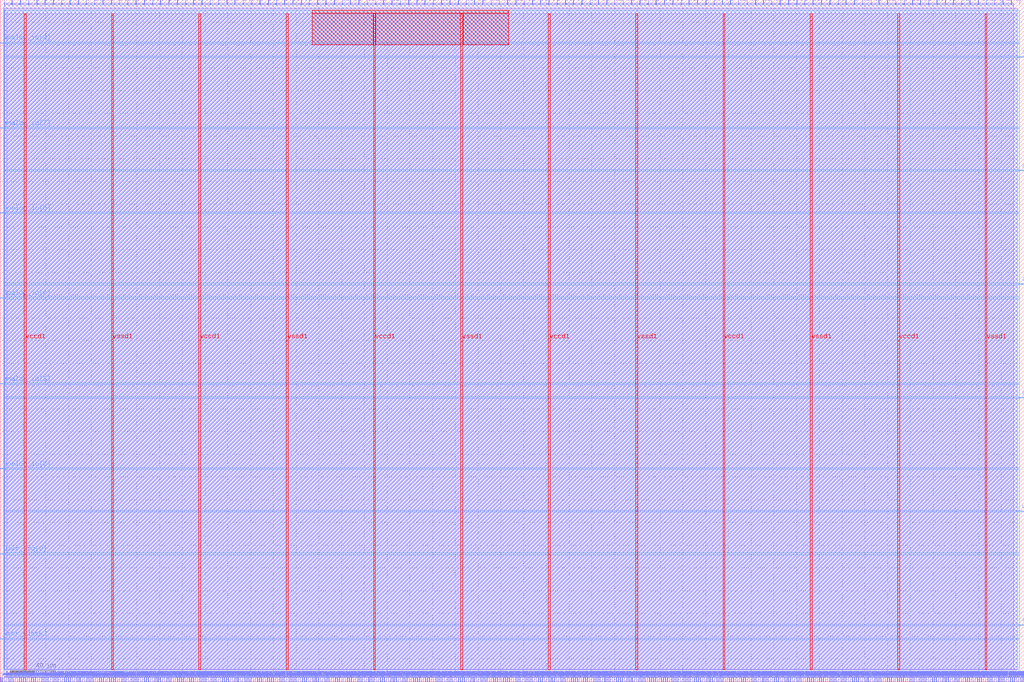
<source format=lef>
VERSION 5.7 ;
  NOWIREEXTENSIONATPIN ON ;
  DIVIDERCHAR "/" ;
  BUSBITCHARS "[]" ;
MACRO user_proj_example
  CLASS BLOCK ;
  FOREIGN user_proj_example ;
  ORIGIN 0.000 0.000 ;
  SIZE 900.000 BY 600.000 ;
  PIN analog_io[0]
    DIRECTION INOUT ;
    USE SIGNAL ;
    PORT
      LAYER met2 ;
        RECT 830.850 596.000 831.130 600.000 ;
    END
  END analog_io[0]
  PIN analog_io[10]
    DIRECTION INOUT ;
    USE SIGNAL ;
    PORT
      LAYER met3 ;
        RECT 896.000 249.600 900.000 250.200 ;
    END
  END analog_io[10]
  PIN analog_io[11]
    DIRECTION INOUT ;
    USE SIGNAL ;
    PORT
      LAYER met2 ;
        RECT 886.050 0.000 886.330 4.000 ;
    END
  END analog_io[11]
  PIN analog_io[12]
    DIRECTION INOUT ;
    USE SIGNAL ;
    PORT
      LAYER met3 ;
        RECT 896.000 349.560 900.000 350.160 ;
    END
  END analog_io[12]
  PIN analog_io[13]
    DIRECTION INOUT ;
    USE SIGNAL ;
    PORT
      LAYER met2 ;
        RECT 887.890 0.000 888.170 4.000 ;
    END
  END analog_io[13]
  PIN analog_io[14]
    DIRECTION INOUT ;
    USE SIGNAL ;
    PORT
      LAYER met2 ;
        RECT 852.470 596.000 852.750 600.000 ;
    END
  END analog_io[14]
  PIN analog_io[15]
    DIRECTION INOUT ;
    USE SIGNAL ;
    PORT
      LAYER met2 ;
        RECT 889.730 0.000 890.010 4.000 ;
    END
  END analog_io[15]
  PIN analog_io[16]
    DIRECTION INOUT ;
    USE SIGNAL ;
    PORT
      LAYER met2 ;
        RECT 891.570 0.000 891.850 4.000 ;
    END
  END analog_io[16]
  PIN analog_io[17]
    DIRECTION INOUT ;
    USE SIGNAL ;
    PORT
      LAYER met2 ;
        RECT 859.830 596.000 860.110 600.000 ;
    END
  END analog_io[17]
  PIN analog_io[18]
    DIRECTION INOUT ;
    USE SIGNAL ;
    PORT
      LAYER met2 ;
        RECT 893.410 0.000 893.690 4.000 ;
    END
  END analog_io[18]
  PIN analog_io[19]
    DIRECTION INOUT ;
    USE SIGNAL ;
    PORT
      LAYER met2 ;
        RECT 895.250 0.000 895.530 4.000 ;
    END
  END analog_io[19]
  PIN analog_io[1]
    DIRECTION INOUT ;
    USE SIGNAL ;
    PORT
      LAYER met3 ;
        RECT 896.000 49.680 900.000 50.280 ;
    END
  END analog_io[1]
  PIN analog_io[20]
    DIRECTION INOUT ;
    USE SIGNAL ;
    PORT
      LAYER met2 ;
        RECT 867.190 596.000 867.470 600.000 ;
    END
  END analog_io[20]
  PIN analog_io[21]
    DIRECTION INOUT ;
    USE SIGNAL ;
    PORT
      LAYER met2 ;
        RECT 897.090 0.000 897.370 4.000 ;
    END
  END analog_io[21]
  PIN analog_io[22]
    DIRECTION INOUT ;
    USE SIGNAL ;
    PORT
      LAYER met3 ;
        RECT 896.000 449.520 900.000 450.120 ;
    END
  END analog_io[22]
  PIN analog_io[23]
    DIRECTION INOUT ;
    USE SIGNAL ;
    PORT
      LAYER met2 ;
        RECT 898.930 0.000 899.210 4.000 ;
    END
  END analog_io[23]
  PIN analog_io[24]
    DIRECTION INOUT ;
    USE SIGNAL ;
    PORT
      LAYER met3 ;
        RECT 896.000 549.480 900.000 550.080 ;
    END
  END analog_io[24]
  PIN analog_io[25]
    DIRECTION INOUT ;
    USE SIGNAL ;
    PORT
      LAYER met2 ;
        RECT 874.090 596.000 874.370 600.000 ;
    END
  END analog_io[25]
  PIN analog_io[26]
    DIRECTION INOUT ;
    USE SIGNAL ;
    PORT
      LAYER met2 ;
        RECT 881.450 596.000 881.730 600.000 ;
    END
  END analog_io[26]
  PIN analog_io[27]
    DIRECTION INOUT ;
    USE SIGNAL ;
    PORT
      LAYER met2 ;
        RECT 888.810 596.000 889.090 600.000 ;
    END
  END analog_io[27]
  PIN analog_io[28]
    DIRECTION INOUT ;
    USE SIGNAL ;
    PORT
      LAYER met2 ;
        RECT 896.170 596.000 896.450 600.000 ;
    END
  END analog_io[28]
  PIN analog_io[2]
    DIRECTION INOUT ;
    USE SIGNAL ;
    PORT
      LAYER met3 ;
        RECT 0.000 187.040 4.000 187.640 ;
    END
  END analog_io[2]
  PIN analog_io[3]
    DIRECTION INOUT ;
    USE SIGNAL ;
    PORT
      LAYER met3 ;
        RECT 0.000 261.840 4.000 262.440 ;
    END
  END analog_io[3]
  PIN analog_io[4]
    DIRECTION INOUT ;
    USE SIGNAL ;
    PORT
      LAYER met3 ;
        RECT 0.000 337.320 4.000 337.920 ;
    END
  END analog_io[4]
  PIN analog_io[5]
    DIRECTION INOUT ;
    USE SIGNAL ;
    PORT
      LAYER met3 ;
        RECT 0.000 412.120 4.000 412.720 ;
    END
  END analog_io[5]
  PIN analog_io[6]
    DIRECTION INOUT ;
    USE SIGNAL ;
    PORT
      LAYER met2 ;
        RECT 884.210 0.000 884.490 4.000 ;
    END
  END analog_io[6]
  PIN analog_io[7]
    DIRECTION INOUT ;
    USE SIGNAL ;
    PORT
      LAYER met3 ;
        RECT 0.000 486.920 4.000 487.520 ;
    END
  END analog_io[7]
  PIN analog_io[8]
    DIRECTION INOUT ;
    USE SIGNAL ;
    PORT
      LAYER met3 ;
        RECT 0.000 561.720 4.000 562.320 ;
    END
  END analog_io[8]
  PIN analog_io[9]
    DIRECTION INOUT ;
    USE SIGNAL ;
    PORT
      LAYER met2 ;
        RECT 845.110 596.000 845.390 600.000 ;
    END
  END analog_io[9]
  PIN io_in[0]
    DIRECTION INPUT ;
    USE SIGNAL ;
    PORT
      LAYER met2 ;
        RECT 3.310 596.000 3.590 600.000 ;
    END
  END io_in[0]
  PIN io_in[10]
    DIRECTION INPUT ;
    USE SIGNAL ;
    PORT
      LAYER met2 ;
        RECT 220.890 596.000 221.170 600.000 ;
    END
  END io_in[10]
  PIN io_in[11]
    DIRECTION INPUT ;
    USE SIGNAL ;
    PORT
      LAYER met2 ;
        RECT 242.510 596.000 242.790 600.000 ;
    END
  END io_in[11]
  PIN io_in[12]
    DIRECTION INPUT ;
    USE SIGNAL ;
    PORT
      LAYER met2 ;
        RECT 264.590 596.000 264.870 600.000 ;
    END
  END io_in[12]
  PIN io_in[13]
    DIRECTION INPUT ;
    USE SIGNAL ;
    PORT
      LAYER met2 ;
        RECT 286.210 596.000 286.490 600.000 ;
    END
  END io_in[13]
  PIN io_in[14]
    DIRECTION INPUT ;
    USE SIGNAL ;
    PORT
      LAYER met2 ;
        RECT 307.830 596.000 308.110 600.000 ;
    END
  END io_in[14]
  PIN io_in[15]
    DIRECTION INPUT ;
    USE SIGNAL ;
    PORT
      LAYER met2 ;
        RECT 329.910 596.000 330.190 600.000 ;
    END
  END io_in[15]
  PIN io_in[16]
    DIRECTION INPUT ;
    USE SIGNAL ;
    PORT
      LAYER met2 ;
        RECT 351.530 596.000 351.810 600.000 ;
    END
  END io_in[16]
  PIN io_in[17]
    DIRECTION INPUT ;
    USE SIGNAL ;
    PORT
      LAYER met2 ;
        RECT 373.150 596.000 373.430 600.000 ;
    END
  END io_in[17]
  PIN io_in[18]
    DIRECTION INPUT ;
    USE SIGNAL ;
    PORT
      LAYER met2 ;
        RECT 395.230 596.000 395.510 600.000 ;
    END
  END io_in[18]
  PIN io_in[19]
    DIRECTION INPUT ;
    USE SIGNAL ;
    PORT
      LAYER met2 ;
        RECT 416.850 596.000 417.130 600.000 ;
    END
  END io_in[19]
  PIN io_in[1]
    DIRECTION INPUT ;
    USE SIGNAL ;
    PORT
      LAYER met2 ;
        RECT 24.930 596.000 25.210 600.000 ;
    END
  END io_in[1]
  PIN io_in[20]
    DIRECTION INPUT ;
    USE SIGNAL ;
    PORT
      LAYER met2 ;
        RECT 438.470 596.000 438.750 600.000 ;
    END
  END io_in[20]
  PIN io_in[21]
    DIRECTION INPUT ;
    USE SIGNAL ;
    PORT
      LAYER met2 ;
        RECT 460.550 596.000 460.830 600.000 ;
    END
  END io_in[21]
  PIN io_in[22]
    DIRECTION INPUT ;
    USE SIGNAL ;
    PORT
      LAYER met2 ;
        RECT 482.170 596.000 482.450 600.000 ;
    END
  END io_in[22]
  PIN io_in[23]
    DIRECTION INPUT ;
    USE SIGNAL ;
    PORT
      LAYER met2 ;
        RECT 503.790 596.000 504.070 600.000 ;
    END
  END io_in[23]
  PIN io_in[24]
    DIRECTION INPUT ;
    USE SIGNAL ;
    PORT
      LAYER met2 ;
        RECT 525.870 596.000 526.150 600.000 ;
    END
  END io_in[24]
  PIN io_in[25]
    DIRECTION INPUT ;
    USE SIGNAL ;
    PORT
      LAYER met2 ;
        RECT 547.490 596.000 547.770 600.000 ;
    END
  END io_in[25]
  PIN io_in[26]
    DIRECTION INPUT ;
    USE SIGNAL ;
    PORT
      LAYER met2 ;
        RECT 569.570 596.000 569.850 600.000 ;
    END
  END io_in[26]
  PIN io_in[27]
    DIRECTION INPUT ;
    USE SIGNAL ;
    PORT
      LAYER met2 ;
        RECT 591.190 596.000 591.470 600.000 ;
    END
  END io_in[27]
  PIN io_in[28]
    DIRECTION INPUT ;
    USE SIGNAL ;
    PORT
      LAYER met2 ;
        RECT 612.810 596.000 613.090 600.000 ;
    END
  END io_in[28]
  PIN io_in[29]
    DIRECTION INPUT ;
    USE SIGNAL ;
    PORT
      LAYER met2 ;
        RECT 634.890 596.000 635.170 600.000 ;
    END
  END io_in[29]
  PIN io_in[2]
    DIRECTION INPUT ;
    USE SIGNAL ;
    PORT
      LAYER met2 ;
        RECT 46.550 596.000 46.830 600.000 ;
    END
  END io_in[2]
  PIN io_in[30]
    DIRECTION INPUT ;
    USE SIGNAL ;
    PORT
      LAYER met2 ;
        RECT 656.510 596.000 656.790 600.000 ;
    END
  END io_in[30]
  PIN io_in[31]
    DIRECTION INPUT ;
    USE SIGNAL ;
    PORT
      LAYER met2 ;
        RECT 678.130 596.000 678.410 600.000 ;
    END
  END io_in[31]
  PIN io_in[32]
    DIRECTION INPUT ;
    USE SIGNAL ;
    PORT
      LAYER met2 ;
        RECT 700.210 596.000 700.490 600.000 ;
    END
  END io_in[32]
  PIN io_in[33]
    DIRECTION INPUT ;
    USE SIGNAL ;
    PORT
      LAYER met2 ;
        RECT 721.830 596.000 722.110 600.000 ;
    END
  END io_in[33]
  PIN io_in[34]
    DIRECTION INPUT ;
    USE SIGNAL ;
    PORT
      LAYER met2 ;
        RECT 743.450 596.000 743.730 600.000 ;
    END
  END io_in[34]
  PIN io_in[35]
    DIRECTION INPUT ;
    USE SIGNAL ;
    PORT
      LAYER met2 ;
        RECT 765.530 596.000 765.810 600.000 ;
    END
  END io_in[35]
  PIN io_in[36]
    DIRECTION INPUT ;
    USE SIGNAL ;
    PORT
      LAYER met2 ;
        RECT 787.150 596.000 787.430 600.000 ;
    END
  END io_in[36]
  PIN io_in[37]
    DIRECTION INPUT ;
    USE SIGNAL ;
    PORT
      LAYER met2 ;
        RECT 808.770 596.000 809.050 600.000 ;
    END
  END io_in[37]
  PIN io_in[3]
    DIRECTION INPUT ;
    USE SIGNAL ;
    PORT
      LAYER met2 ;
        RECT 68.630 596.000 68.910 600.000 ;
    END
  END io_in[3]
  PIN io_in[4]
    DIRECTION INPUT ;
    USE SIGNAL ;
    PORT
      LAYER met2 ;
        RECT 90.250 596.000 90.530 600.000 ;
    END
  END io_in[4]
  PIN io_in[5]
    DIRECTION INPUT ;
    USE SIGNAL ;
    PORT
      LAYER met2 ;
        RECT 111.870 596.000 112.150 600.000 ;
    END
  END io_in[5]
  PIN io_in[6]
    DIRECTION INPUT ;
    USE SIGNAL ;
    PORT
      LAYER met2 ;
        RECT 133.950 596.000 134.230 600.000 ;
    END
  END io_in[6]
  PIN io_in[7]
    DIRECTION INPUT ;
    USE SIGNAL ;
    PORT
      LAYER met2 ;
        RECT 155.570 596.000 155.850 600.000 ;
    END
  END io_in[7]
  PIN io_in[8]
    DIRECTION INPUT ;
    USE SIGNAL ;
    PORT
      LAYER met2 ;
        RECT 177.190 596.000 177.470 600.000 ;
    END
  END io_in[8]
  PIN io_in[9]
    DIRECTION INPUT ;
    USE SIGNAL ;
    PORT
      LAYER met2 ;
        RECT 199.270 596.000 199.550 600.000 ;
    END
  END io_in[9]
  PIN io_oeb[0]
    DIRECTION OUTPUT TRISTATE ;
    USE SIGNAL ;
    PORT
      LAYER met2 ;
        RECT 10.210 596.000 10.490 600.000 ;
    END
  END io_oeb[0]
  PIN io_oeb[10]
    DIRECTION OUTPUT TRISTATE ;
    USE SIGNAL ;
    PORT
      LAYER met2 ;
        RECT 228.250 596.000 228.530 600.000 ;
    END
  END io_oeb[10]
  PIN io_oeb[11]
    DIRECTION OUTPUT TRISTATE ;
    USE SIGNAL ;
    PORT
      LAYER met2 ;
        RECT 249.870 596.000 250.150 600.000 ;
    END
  END io_oeb[11]
  PIN io_oeb[12]
    DIRECTION OUTPUT TRISTATE ;
    USE SIGNAL ;
    PORT
      LAYER met2 ;
        RECT 271.490 596.000 271.770 600.000 ;
    END
  END io_oeb[12]
  PIN io_oeb[13]
    DIRECTION OUTPUT TRISTATE ;
    USE SIGNAL ;
    PORT
      LAYER met2 ;
        RECT 293.570 596.000 293.850 600.000 ;
    END
  END io_oeb[13]
  PIN io_oeb[14]
    DIRECTION OUTPUT TRISTATE ;
    USE SIGNAL ;
    PORT
      LAYER met2 ;
        RECT 315.190 596.000 315.470 600.000 ;
    END
  END io_oeb[14]
  PIN io_oeb[15]
    DIRECTION OUTPUT TRISTATE ;
    USE SIGNAL ;
    PORT
      LAYER met2 ;
        RECT 336.810 596.000 337.090 600.000 ;
    END
  END io_oeb[15]
  PIN io_oeb[16]
    DIRECTION OUTPUT TRISTATE ;
    USE SIGNAL ;
    PORT
      LAYER met2 ;
        RECT 358.890 596.000 359.170 600.000 ;
    END
  END io_oeb[16]
  PIN io_oeb[17]
    DIRECTION OUTPUT TRISTATE ;
    USE SIGNAL ;
    PORT
      LAYER met2 ;
        RECT 380.510 596.000 380.790 600.000 ;
    END
  END io_oeb[17]
  PIN io_oeb[18]
    DIRECTION OUTPUT TRISTATE ;
    USE SIGNAL ;
    PORT
      LAYER met2 ;
        RECT 402.590 596.000 402.870 600.000 ;
    END
  END io_oeb[18]
  PIN io_oeb[19]
    DIRECTION OUTPUT TRISTATE ;
    USE SIGNAL ;
    PORT
      LAYER met2 ;
        RECT 424.210 596.000 424.490 600.000 ;
    END
  END io_oeb[19]
  PIN io_oeb[1]
    DIRECTION OUTPUT TRISTATE ;
    USE SIGNAL ;
    PORT
      LAYER met2 ;
        RECT 32.290 596.000 32.570 600.000 ;
    END
  END io_oeb[1]
  PIN io_oeb[20]
    DIRECTION OUTPUT TRISTATE ;
    USE SIGNAL ;
    PORT
      LAYER met2 ;
        RECT 445.830 596.000 446.110 600.000 ;
    END
  END io_oeb[20]
  PIN io_oeb[21]
    DIRECTION OUTPUT TRISTATE ;
    USE SIGNAL ;
    PORT
      LAYER met2 ;
        RECT 467.910 596.000 468.190 600.000 ;
    END
  END io_oeb[21]
  PIN io_oeb[22]
    DIRECTION OUTPUT TRISTATE ;
    USE SIGNAL ;
    PORT
      LAYER met2 ;
        RECT 489.530 596.000 489.810 600.000 ;
    END
  END io_oeb[22]
  PIN io_oeb[23]
    DIRECTION OUTPUT TRISTATE ;
    USE SIGNAL ;
    PORT
      LAYER met2 ;
        RECT 511.150 596.000 511.430 600.000 ;
    END
  END io_oeb[23]
  PIN io_oeb[24]
    DIRECTION OUTPUT TRISTATE ;
    USE SIGNAL ;
    PORT
      LAYER met2 ;
        RECT 533.230 596.000 533.510 600.000 ;
    END
  END io_oeb[24]
  PIN io_oeb[25]
    DIRECTION OUTPUT TRISTATE ;
    USE SIGNAL ;
    PORT
      LAYER met2 ;
        RECT 554.850 596.000 555.130 600.000 ;
    END
  END io_oeb[25]
  PIN io_oeb[26]
    DIRECTION OUTPUT TRISTATE ;
    USE SIGNAL ;
    PORT
      LAYER met2 ;
        RECT 576.470 596.000 576.750 600.000 ;
    END
  END io_oeb[26]
  PIN io_oeb[27]
    DIRECTION OUTPUT TRISTATE ;
    USE SIGNAL ;
    PORT
      LAYER met2 ;
        RECT 598.550 596.000 598.830 600.000 ;
    END
  END io_oeb[27]
  PIN io_oeb[28]
    DIRECTION OUTPUT TRISTATE ;
    USE SIGNAL ;
    PORT
      LAYER met2 ;
        RECT 620.170 596.000 620.450 600.000 ;
    END
  END io_oeb[28]
  PIN io_oeb[29]
    DIRECTION OUTPUT TRISTATE ;
    USE SIGNAL ;
    PORT
      LAYER met2 ;
        RECT 641.790 596.000 642.070 600.000 ;
    END
  END io_oeb[29]
  PIN io_oeb[2]
    DIRECTION OUTPUT TRISTATE ;
    USE SIGNAL ;
    PORT
      LAYER met2 ;
        RECT 53.910 596.000 54.190 600.000 ;
    END
  END io_oeb[2]
  PIN io_oeb[30]
    DIRECTION OUTPUT TRISTATE ;
    USE SIGNAL ;
    PORT
      LAYER met2 ;
        RECT 663.870 596.000 664.150 600.000 ;
    END
  END io_oeb[30]
  PIN io_oeb[31]
    DIRECTION OUTPUT TRISTATE ;
    USE SIGNAL ;
    PORT
      LAYER met2 ;
        RECT 685.490 596.000 685.770 600.000 ;
    END
  END io_oeb[31]
  PIN io_oeb[32]
    DIRECTION OUTPUT TRISTATE ;
    USE SIGNAL ;
    PORT
      LAYER met2 ;
        RECT 707.110 596.000 707.390 600.000 ;
    END
  END io_oeb[32]
  PIN io_oeb[33]
    DIRECTION OUTPUT TRISTATE ;
    USE SIGNAL ;
    PORT
      LAYER met2 ;
        RECT 729.190 596.000 729.470 600.000 ;
    END
  END io_oeb[33]
  PIN io_oeb[34]
    DIRECTION OUTPUT TRISTATE ;
    USE SIGNAL ;
    PORT
      LAYER met2 ;
        RECT 750.810 596.000 751.090 600.000 ;
    END
  END io_oeb[34]
  PIN io_oeb[35]
    DIRECTION OUTPUT TRISTATE ;
    USE SIGNAL ;
    PORT
      LAYER met2 ;
        RECT 772.430 596.000 772.710 600.000 ;
    END
  END io_oeb[35]
  PIN io_oeb[36]
    DIRECTION OUTPUT TRISTATE ;
    USE SIGNAL ;
    PORT
      LAYER met2 ;
        RECT 794.510 596.000 794.790 600.000 ;
    END
  END io_oeb[36]
  PIN io_oeb[37]
    DIRECTION OUTPUT TRISTATE ;
    USE SIGNAL ;
    PORT
      LAYER met2 ;
        RECT 816.130 596.000 816.410 600.000 ;
    END
  END io_oeb[37]
  PIN io_oeb[3]
    DIRECTION OUTPUT TRISTATE ;
    USE SIGNAL ;
    PORT
      LAYER met2 ;
        RECT 75.530 596.000 75.810 600.000 ;
    END
  END io_oeb[3]
  PIN io_oeb[4]
    DIRECTION OUTPUT TRISTATE ;
    USE SIGNAL ;
    PORT
      LAYER met2 ;
        RECT 97.610 596.000 97.890 600.000 ;
    END
  END io_oeb[4]
  PIN io_oeb[5]
    DIRECTION OUTPUT TRISTATE ;
    USE SIGNAL ;
    PORT
      LAYER met2 ;
        RECT 119.230 596.000 119.510 600.000 ;
    END
  END io_oeb[5]
  PIN io_oeb[6]
    DIRECTION OUTPUT TRISTATE ;
    USE SIGNAL ;
    PORT
      LAYER met2 ;
        RECT 140.850 596.000 141.130 600.000 ;
    END
  END io_oeb[6]
  PIN io_oeb[7]
    DIRECTION OUTPUT TRISTATE ;
    USE SIGNAL ;
    PORT
      LAYER met2 ;
        RECT 162.930 596.000 163.210 600.000 ;
    END
  END io_oeb[7]
  PIN io_oeb[8]
    DIRECTION OUTPUT TRISTATE ;
    USE SIGNAL ;
    PORT
      LAYER met2 ;
        RECT 184.550 596.000 184.830 600.000 ;
    END
  END io_oeb[8]
  PIN io_oeb[9]
    DIRECTION OUTPUT TRISTATE ;
    USE SIGNAL ;
    PORT
      LAYER met2 ;
        RECT 206.170 596.000 206.450 600.000 ;
    END
  END io_oeb[9]
  PIN io_out[0]
    DIRECTION OUTPUT TRISTATE ;
    USE SIGNAL ;
    PORT
      LAYER met2 ;
        RECT 17.570 596.000 17.850 600.000 ;
    END
  END io_out[0]
  PIN io_out[10]
    DIRECTION OUTPUT TRISTATE ;
    USE SIGNAL ;
    PORT
      LAYER met2 ;
        RECT 235.610 596.000 235.890 600.000 ;
    END
  END io_out[10]
  PIN io_out[11]
    DIRECTION OUTPUT TRISTATE ;
    USE SIGNAL ;
    PORT
      LAYER met2 ;
        RECT 257.230 596.000 257.510 600.000 ;
    END
  END io_out[11]
  PIN io_out[12]
    DIRECTION OUTPUT TRISTATE ;
    USE SIGNAL ;
    PORT
      LAYER met2 ;
        RECT 278.850 596.000 279.130 600.000 ;
    END
  END io_out[12]
  PIN io_out[13]
    DIRECTION OUTPUT TRISTATE ;
    USE SIGNAL ;
    PORT
      LAYER met2 ;
        RECT 300.930 596.000 301.210 600.000 ;
    END
  END io_out[13]
  PIN io_out[14]
    DIRECTION OUTPUT TRISTATE ;
    USE SIGNAL ;
    PORT
      LAYER met2 ;
        RECT 322.550 596.000 322.830 600.000 ;
    END
  END io_out[14]
  PIN io_out[15]
    DIRECTION OUTPUT TRISTATE ;
    USE SIGNAL ;
    PORT
      LAYER met2 ;
        RECT 344.170 596.000 344.450 600.000 ;
    END
  END io_out[15]
  PIN io_out[16]
    DIRECTION OUTPUT TRISTATE ;
    USE SIGNAL ;
    PORT
      LAYER met2 ;
        RECT 366.250 596.000 366.530 600.000 ;
    END
  END io_out[16]
  PIN io_out[17]
    DIRECTION OUTPUT TRISTATE ;
    USE SIGNAL ;
    PORT
      LAYER met2 ;
        RECT 387.870 596.000 388.150 600.000 ;
    END
  END io_out[17]
  PIN io_out[18]
    DIRECTION OUTPUT TRISTATE ;
    USE SIGNAL ;
    PORT
      LAYER met2 ;
        RECT 409.490 596.000 409.770 600.000 ;
    END
  END io_out[18]
  PIN io_out[19]
    DIRECTION OUTPUT TRISTATE ;
    USE SIGNAL ;
    PORT
      LAYER met2 ;
        RECT 431.570 596.000 431.850 600.000 ;
    END
  END io_out[19]
  PIN io_out[1]
    DIRECTION OUTPUT TRISTATE ;
    USE SIGNAL ;
    PORT
      LAYER met2 ;
        RECT 39.190 596.000 39.470 600.000 ;
    END
  END io_out[1]
  PIN io_out[20]
    DIRECTION OUTPUT TRISTATE ;
    USE SIGNAL ;
    PORT
      LAYER met2 ;
        RECT 453.190 596.000 453.470 600.000 ;
    END
  END io_out[20]
  PIN io_out[21]
    DIRECTION OUTPUT TRISTATE ;
    USE SIGNAL ;
    PORT
      LAYER met2 ;
        RECT 474.810 596.000 475.090 600.000 ;
    END
  END io_out[21]
  PIN io_out[22]
    DIRECTION OUTPUT TRISTATE ;
    USE SIGNAL ;
    PORT
      LAYER met2 ;
        RECT 496.890 596.000 497.170 600.000 ;
    END
  END io_out[22]
  PIN io_out[23]
    DIRECTION OUTPUT TRISTATE ;
    USE SIGNAL ;
    PORT
      LAYER met2 ;
        RECT 518.510 596.000 518.790 600.000 ;
    END
  END io_out[23]
  PIN io_out[24]
    DIRECTION OUTPUT TRISTATE ;
    USE SIGNAL ;
    PORT
      LAYER met2 ;
        RECT 540.130 596.000 540.410 600.000 ;
    END
  END io_out[24]
  PIN io_out[25]
    DIRECTION OUTPUT TRISTATE ;
    USE SIGNAL ;
    PORT
      LAYER met2 ;
        RECT 562.210 596.000 562.490 600.000 ;
    END
  END io_out[25]
  PIN io_out[26]
    DIRECTION OUTPUT TRISTATE ;
    USE SIGNAL ;
    PORT
      LAYER met2 ;
        RECT 583.830 596.000 584.110 600.000 ;
    END
  END io_out[26]
  PIN io_out[27]
    DIRECTION OUTPUT TRISTATE ;
    USE SIGNAL ;
    PORT
      LAYER met2 ;
        RECT 605.450 596.000 605.730 600.000 ;
    END
  END io_out[27]
  PIN io_out[28]
    DIRECTION OUTPUT TRISTATE ;
    USE SIGNAL ;
    PORT
      LAYER met2 ;
        RECT 627.530 596.000 627.810 600.000 ;
    END
  END io_out[28]
  PIN io_out[29]
    DIRECTION OUTPUT TRISTATE ;
    USE SIGNAL ;
    PORT
      LAYER met2 ;
        RECT 649.150 596.000 649.430 600.000 ;
    END
  END io_out[29]
  PIN io_out[2]
    DIRECTION OUTPUT TRISTATE ;
    USE SIGNAL ;
    PORT
      LAYER met2 ;
        RECT 61.270 596.000 61.550 600.000 ;
    END
  END io_out[2]
  PIN io_out[30]
    DIRECTION OUTPUT TRISTATE ;
    USE SIGNAL ;
    PORT
      LAYER met2 ;
        RECT 670.770 596.000 671.050 600.000 ;
    END
  END io_out[30]
  PIN io_out[31]
    DIRECTION OUTPUT TRISTATE ;
    USE SIGNAL ;
    PORT
      LAYER met2 ;
        RECT 692.850 596.000 693.130 600.000 ;
    END
  END io_out[31]
  PIN io_out[32]
    DIRECTION OUTPUT TRISTATE ;
    USE SIGNAL ;
    PORT
      LAYER met2 ;
        RECT 714.470 596.000 714.750 600.000 ;
    END
  END io_out[32]
  PIN io_out[33]
    DIRECTION OUTPUT TRISTATE ;
    USE SIGNAL ;
    PORT
      LAYER met2 ;
        RECT 736.550 596.000 736.830 600.000 ;
    END
  END io_out[33]
  PIN io_out[34]
    DIRECTION OUTPUT TRISTATE ;
    USE SIGNAL ;
    PORT
      LAYER met2 ;
        RECT 758.170 596.000 758.450 600.000 ;
    END
  END io_out[34]
  PIN io_out[35]
    DIRECTION OUTPUT TRISTATE ;
    USE SIGNAL ;
    PORT
      LAYER met2 ;
        RECT 779.790 596.000 780.070 600.000 ;
    END
  END io_out[35]
  PIN io_out[36]
    DIRECTION OUTPUT TRISTATE ;
    USE SIGNAL ;
    PORT
      LAYER met2 ;
        RECT 801.870 596.000 802.150 600.000 ;
    END
  END io_out[36]
  PIN io_out[37]
    DIRECTION OUTPUT TRISTATE ;
    USE SIGNAL ;
    PORT
      LAYER met2 ;
        RECT 823.490 596.000 823.770 600.000 ;
    END
  END io_out[37]
  PIN io_out[3]
    DIRECTION OUTPUT TRISTATE ;
    USE SIGNAL ;
    PORT
      LAYER met2 ;
        RECT 82.890 596.000 83.170 600.000 ;
    END
  END io_out[3]
  PIN io_out[4]
    DIRECTION OUTPUT TRISTATE ;
    USE SIGNAL ;
    PORT
      LAYER met2 ;
        RECT 104.510 596.000 104.790 600.000 ;
    END
  END io_out[4]
  PIN io_out[5]
    DIRECTION OUTPUT TRISTATE ;
    USE SIGNAL ;
    PORT
      LAYER met2 ;
        RECT 126.590 596.000 126.870 600.000 ;
    END
  END io_out[5]
  PIN io_out[6]
    DIRECTION OUTPUT TRISTATE ;
    USE SIGNAL ;
    PORT
      LAYER met2 ;
        RECT 148.210 596.000 148.490 600.000 ;
    END
  END io_out[6]
  PIN io_out[7]
    DIRECTION OUTPUT TRISTATE ;
    USE SIGNAL ;
    PORT
      LAYER met2 ;
        RECT 169.830 596.000 170.110 600.000 ;
    END
  END io_out[7]
  PIN io_out[8]
    DIRECTION OUTPUT TRISTATE ;
    USE SIGNAL ;
    PORT
      LAYER met2 ;
        RECT 191.910 596.000 192.190 600.000 ;
    END
  END io_out[8]
  PIN io_out[9]
    DIRECTION OUTPUT TRISTATE ;
    USE SIGNAL ;
    PORT
      LAYER met2 ;
        RECT 213.530 596.000 213.810 600.000 ;
    END
  END io_out[9]
  PIN la_data_in[0]
    DIRECTION INPUT ;
    USE SIGNAL ;
    PORT
      LAYER met2 ;
        RECT 191.450 0.000 191.730 4.000 ;
    END
  END la_data_in[0]
  PIN la_data_in[100]
    DIRECTION INPUT ;
    USE SIGNAL ;
    PORT
      LAYER met2 ;
        RECT 732.870 0.000 733.150 4.000 ;
    END
  END la_data_in[100]
  PIN la_data_in[101]
    DIRECTION INPUT ;
    USE SIGNAL ;
    PORT
      LAYER met2 ;
        RECT 738.390 0.000 738.670 4.000 ;
    END
  END la_data_in[101]
  PIN la_data_in[102]
    DIRECTION INPUT ;
    USE SIGNAL ;
    PORT
      LAYER met2 ;
        RECT 743.450 0.000 743.730 4.000 ;
    END
  END la_data_in[102]
  PIN la_data_in[103]
    DIRECTION INPUT ;
    USE SIGNAL ;
    PORT
      LAYER met2 ;
        RECT 748.970 0.000 749.250 4.000 ;
    END
  END la_data_in[103]
  PIN la_data_in[104]
    DIRECTION INPUT ;
    USE SIGNAL ;
    PORT
      LAYER met2 ;
        RECT 754.490 0.000 754.770 4.000 ;
    END
  END la_data_in[104]
  PIN la_data_in[105]
    DIRECTION INPUT ;
    USE SIGNAL ;
    PORT
      LAYER met2 ;
        RECT 760.010 0.000 760.290 4.000 ;
    END
  END la_data_in[105]
  PIN la_data_in[106]
    DIRECTION INPUT ;
    USE SIGNAL ;
    PORT
      LAYER met2 ;
        RECT 765.070 0.000 765.350 4.000 ;
    END
  END la_data_in[106]
  PIN la_data_in[107]
    DIRECTION INPUT ;
    USE SIGNAL ;
    PORT
      LAYER met2 ;
        RECT 770.590 0.000 770.870 4.000 ;
    END
  END la_data_in[107]
  PIN la_data_in[108]
    DIRECTION INPUT ;
    USE SIGNAL ;
    PORT
      LAYER met2 ;
        RECT 776.110 0.000 776.390 4.000 ;
    END
  END la_data_in[108]
  PIN la_data_in[109]
    DIRECTION INPUT ;
    USE SIGNAL ;
    PORT
      LAYER met2 ;
        RECT 781.630 0.000 781.910 4.000 ;
    END
  END la_data_in[109]
  PIN la_data_in[10]
    DIRECTION INPUT ;
    USE SIGNAL ;
    PORT
      LAYER met2 ;
        RECT 245.730 0.000 246.010 4.000 ;
    END
  END la_data_in[10]
  PIN la_data_in[110]
    DIRECTION INPUT ;
    USE SIGNAL ;
    PORT
      LAYER met2 ;
        RECT 786.690 0.000 786.970 4.000 ;
    END
  END la_data_in[110]
  PIN la_data_in[111]
    DIRECTION INPUT ;
    USE SIGNAL ;
    PORT
      LAYER met2 ;
        RECT 792.210 0.000 792.490 4.000 ;
    END
  END la_data_in[111]
  PIN la_data_in[112]
    DIRECTION INPUT ;
    USE SIGNAL ;
    PORT
      LAYER met2 ;
        RECT 797.730 0.000 798.010 4.000 ;
    END
  END la_data_in[112]
  PIN la_data_in[113]
    DIRECTION INPUT ;
    USE SIGNAL ;
    PORT
      LAYER met2 ;
        RECT 803.250 0.000 803.530 4.000 ;
    END
  END la_data_in[113]
  PIN la_data_in[114]
    DIRECTION INPUT ;
    USE SIGNAL ;
    PORT
      LAYER met2 ;
        RECT 808.310 0.000 808.590 4.000 ;
    END
  END la_data_in[114]
  PIN la_data_in[115]
    DIRECTION INPUT ;
    USE SIGNAL ;
    PORT
      LAYER met2 ;
        RECT 813.830 0.000 814.110 4.000 ;
    END
  END la_data_in[115]
  PIN la_data_in[116]
    DIRECTION INPUT ;
    USE SIGNAL ;
    PORT
      LAYER met2 ;
        RECT 819.350 0.000 819.630 4.000 ;
    END
  END la_data_in[116]
  PIN la_data_in[117]
    DIRECTION INPUT ;
    USE SIGNAL ;
    PORT
      LAYER met2 ;
        RECT 824.870 0.000 825.150 4.000 ;
    END
  END la_data_in[117]
  PIN la_data_in[118]
    DIRECTION INPUT ;
    USE SIGNAL ;
    PORT
      LAYER met2 ;
        RECT 830.390 0.000 830.670 4.000 ;
    END
  END la_data_in[118]
  PIN la_data_in[119]
    DIRECTION INPUT ;
    USE SIGNAL ;
    PORT
      LAYER met2 ;
        RECT 835.450 0.000 835.730 4.000 ;
    END
  END la_data_in[119]
  PIN la_data_in[11]
    DIRECTION INPUT ;
    USE SIGNAL ;
    PORT
      LAYER met2 ;
        RECT 251.250 0.000 251.530 4.000 ;
    END
  END la_data_in[11]
  PIN la_data_in[120]
    DIRECTION INPUT ;
    USE SIGNAL ;
    PORT
      LAYER met2 ;
        RECT 840.970 0.000 841.250 4.000 ;
    END
  END la_data_in[120]
  PIN la_data_in[121]
    DIRECTION INPUT ;
    USE SIGNAL ;
    PORT
      LAYER met2 ;
        RECT 846.490 0.000 846.770 4.000 ;
    END
  END la_data_in[121]
  PIN la_data_in[122]
    DIRECTION INPUT ;
    USE SIGNAL ;
    PORT
      LAYER met2 ;
        RECT 852.010 0.000 852.290 4.000 ;
    END
  END la_data_in[122]
  PIN la_data_in[123]
    DIRECTION INPUT ;
    USE SIGNAL ;
    PORT
      LAYER met2 ;
        RECT 857.070 0.000 857.350 4.000 ;
    END
  END la_data_in[123]
  PIN la_data_in[124]
    DIRECTION INPUT ;
    USE SIGNAL ;
    PORT
      LAYER met2 ;
        RECT 862.590 0.000 862.870 4.000 ;
    END
  END la_data_in[124]
  PIN la_data_in[125]
    DIRECTION INPUT ;
    USE SIGNAL ;
    PORT
      LAYER met2 ;
        RECT 868.110 0.000 868.390 4.000 ;
    END
  END la_data_in[125]
  PIN la_data_in[126]
    DIRECTION INPUT ;
    USE SIGNAL ;
    PORT
      LAYER met2 ;
        RECT 873.630 0.000 873.910 4.000 ;
    END
  END la_data_in[126]
  PIN la_data_in[127]
    DIRECTION INPUT ;
    USE SIGNAL ;
    PORT
      LAYER met2 ;
        RECT 878.690 0.000 878.970 4.000 ;
    END
  END la_data_in[127]
  PIN la_data_in[12]
    DIRECTION INPUT ;
    USE SIGNAL ;
    PORT
      LAYER met2 ;
        RECT 256.310 0.000 256.590 4.000 ;
    END
  END la_data_in[12]
  PIN la_data_in[13]
    DIRECTION INPUT ;
    USE SIGNAL ;
    PORT
      LAYER met2 ;
        RECT 261.830 0.000 262.110 4.000 ;
    END
  END la_data_in[13]
  PIN la_data_in[14]
    DIRECTION INPUT ;
    USE SIGNAL ;
    PORT
      LAYER met2 ;
        RECT 267.350 0.000 267.630 4.000 ;
    END
  END la_data_in[14]
  PIN la_data_in[15]
    DIRECTION INPUT ;
    USE SIGNAL ;
    PORT
      LAYER met2 ;
        RECT 272.870 0.000 273.150 4.000 ;
    END
  END la_data_in[15]
  PIN la_data_in[16]
    DIRECTION INPUT ;
    USE SIGNAL ;
    PORT
      LAYER met2 ;
        RECT 277.930 0.000 278.210 4.000 ;
    END
  END la_data_in[16]
  PIN la_data_in[17]
    DIRECTION INPUT ;
    USE SIGNAL ;
    PORT
      LAYER met2 ;
        RECT 283.450 0.000 283.730 4.000 ;
    END
  END la_data_in[17]
  PIN la_data_in[18]
    DIRECTION INPUT ;
    USE SIGNAL ;
    PORT
      LAYER met2 ;
        RECT 288.970 0.000 289.250 4.000 ;
    END
  END la_data_in[18]
  PIN la_data_in[19]
    DIRECTION INPUT ;
    USE SIGNAL ;
    PORT
      LAYER met2 ;
        RECT 294.490 0.000 294.770 4.000 ;
    END
  END la_data_in[19]
  PIN la_data_in[1]
    DIRECTION INPUT ;
    USE SIGNAL ;
    PORT
      LAYER met2 ;
        RECT 196.970 0.000 197.250 4.000 ;
    END
  END la_data_in[1]
  PIN la_data_in[20]
    DIRECTION INPUT ;
    USE SIGNAL ;
    PORT
      LAYER met2 ;
        RECT 300.010 0.000 300.290 4.000 ;
    END
  END la_data_in[20]
  PIN la_data_in[21]
    DIRECTION INPUT ;
    USE SIGNAL ;
    PORT
      LAYER met2 ;
        RECT 305.070 0.000 305.350 4.000 ;
    END
  END la_data_in[21]
  PIN la_data_in[22]
    DIRECTION INPUT ;
    USE SIGNAL ;
    PORT
      LAYER met2 ;
        RECT 310.590 0.000 310.870 4.000 ;
    END
  END la_data_in[22]
  PIN la_data_in[23]
    DIRECTION INPUT ;
    USE SIGNAL ;
    PORT
      LAYER met2 ;
        RECT 316.110 0.000 316.390 4.000 ;
    END
  END la_data_in[23]
  PIN la_data_in[24]
    DIRECTION INPUT ;
    USE SIGNAL ;
    PORT
      LAYER met2 ;
        RECT 321.630 0.000 321.910 4.000 ;
    END
  END la_data_in[24]
  PIN la_data_in[25]
    DIRECTION INPUT ;
    USE SIGNAL ;
    PORT
      LAYER met2 ;
        RECT 326.690 0.000 326.970 4.000 ;
    END
  END la_data_in[25]
  PIN la_data_in[26]
    DIRECTION INPUT ;
    USE SIGNAL ;
    PORT
      LAYER met2 ;
        RECT 332.210 0.000 332.490 4.000 ;
    END
  END la_data_in[26]
  PIN la_data_in[27]
    DIRECTION INPUT ;
    USE SIGNAL ;
    PORT
      LAYER met2 ;
        RECT 337.730 0.000 338.010 4.000 ;
    END
  END la_data_in[27]
  PIN la_data_in[28]
    DIRECTION INPUT ;
    USE SIGNAL ;
    PORT
      LAYER met2 ;
        RECT 343.250 0.000 343.530 4.000 ;
    END
  END la_data_in[28]
  PIN la_data_in[29]
    DIRECTION INPUT ;
    USE SIGNAL ;
    PORT
      LAYER met2 ;
        RECT 348.310 0.000 348.590 4.000 ;
    END
  END la_data_in[29]
  PIN la_data_in[2]
    DIRECTION INPUT ;
    USE SIGNAL ;
    PORT
      LAYER met2 ;
        RECT 202.490 0.000 202.770 4.000 ;
    END
  END la_data_in[2]
  PIN la_data_in[30]
    DIRECTION INPUT ;
    USE SIGNAL ;
    PORT
      LAYER met2 ;
        RECT 353.830 0.000 354.110 4.000 ;
    END
  END la_data_in[30]
  PIN la_data_in[31]
    DIRECTION INPUT ;
    USE SIGNAL ;
    PORT
      LAYER met2 ;
        RECT 359.350 0.000 359.630 4.000 ;
    END
  END la_data_in[31]
  PIN la_data_in[32]
    DIRECTION INPUT ;
    USE SIGNAL ;
    PORT
      LAYER met2 ;
        RECT 364.870 0.000 365.150 4.000 ;
    END
  END la_data_in[32]
  PIN la_data_in[33]
    DIRECTION INPUT ;
    USE SIGNAL ;
    PORT
      LAYER met2 ;
        RECT 369.930 0.000 370.210 4.000 ;
    END
  END la_data_in[33]
  PIN la_data_in[34]
    DIRECTION INPUT ;
    USE SIGNAL ;
    PORT
      LAYER met2 ;
        RECT 375.450 0.000 375.730 4.000 ;
    END
  END la_data_in[34]
  PIN la_data_in[35]
    DIRECTION INPUT ;
    USE SIGNAL ;
    PORT
      LAYER met2 ;
        RECT 380.970 0.000 381.250 4.000 ;
    END
  END la_data_in[35]
  PIN la_data_in[36]
    DIRECTION INPUT ;
    USE SIGNAL ;
    PORT
      LAYER met2 ;
        RECT 386.490 0.000 386.770 4.000 ;
    END
  END la_data_in[36]
  PIN la_data_in[37]
    DIRECTION INPUT ;
    USE SIGNAL ;
    PORT
      LAYER met2 ;
        RECT 392.010 0.000 392.290 4.000 ;
    END
  END la_data_in[37]
  PIN la_data_in[38]
    DIRECTION INPUT ;
    USE SIGNAL ;
    PORT
      LAYER met2 ;
        RECT 397.070 0.000 397.350 4.000 ;
    END
  END la_data_in[38]
  PIN la_data_in[39]
    DIRECTION INPUT ;
    USE SIGNAL ;
    PORT
      LAYER met2 ;
        RECT 402.590 0.000 402.870 4.000 ;
    END
  END la_data_in[39]
  PIN la_data_in[3]
    DIRECTION INPUT ;
    USE SIGNAL ;
    PORT
      LAYER met2 ;
        RECT 208.010 0.000 208.290 4.000 ;
    END
  END la_data_in[3]
  PIN la_data_in[40]
    DIRECTION INPUT ;
    USE SIGNAL ;
    PORT
      LAYER met2 ;
        RECT 408.110 0.000 408.390 4.000 ;
    END
  END la_data_in[40]
  PIN la_data_in[41]
    DIRECTION INPUT ;
    USE SIGNAL ;
    PORT
      LAYER met2 ;
        RECT 413.630 0.000 413.910 4.000 ;
    END
  END la_data_in[41]
  PIN la_data_in[42]
    DIRECTION INPUT ;
    USE SIGNAL ;
    PORT
      LAYER met2 ;
        RECT 418.690 0.000 418.970 4.000 ;
    END
  END la_data_in[42]
  PIN la_data_in[43]
    DIRECTION INPUT ;
    USE SIGNAL ;
    PORT
      LAYER met2 ;
        RECT 424.210 0.000 424.490 4.000 ;
    END
  END la_data_in[43]
  PIN la_data_in[44]
    DIRECTION INPUT ;
    USE SIGNAL ;
    PORT
      LAYER met2 ;
        RECT 429.730 0.000 430.010 4.000 ;
    END
  END la_data_in[44]
  PIN la_data_in[45]
    DIRECTION INPUT ;
    USE SIGNAL ;
    PORT
      LAYER met2 ;
        RECT 435.250 0.000 435.530 4.000 ;
    END
  END la_data_in[45]
  PIN la_data_in[46]
    DIRECTION INPUT ;
    USE SIGNAL ;
    PORT
      LAYER met2 ;
        RECT 440.310 0.000 440.590 4.000 ;
    END
  END la_data_in[46]
  PIN la_data_in[47]
    DIRECTION INPUT ;
    USE SIGNAL ;
    PORT
      LAYER met2 ;
        RECT 445.830 0.000 446.110 4.000 ;
    END
  END la_data_in[47]
  PIN la_data_in[48]
    DIRECTION INPUT ;
    USE SIGNAL ;
    PORT
      LAYER met2 ;
        RECT 451.350 0.000 451.630 4.000 ;
    END
  END la_data_in[48]
  PIN la_data_in[49]
    DIRECTION INPUT ;
    USE SIGNAL ;
    PORT
      LAYER met2 ;
        RECT 456.870 0.000 457.150 4.000 ;
    END
  END la_data_in[49]
  PIN la_data_in[4]
    DIRECTION INPUT ;
    USE SIGNAL ;
    PORT
      LAYER met2 ;
        RECT 213.070 0.000 213.350 4.000 ;
    END
  END la_data_in[4]
  PIN la_data_in[50]
    DIRECTION INPUT ;
    USE SIGNAL ;
    PORT
      LAYER met2 ;
        RECT 461.930 0.000 462.210 4.000 ;
    END
  END la_data_in[50]
  PIN la_data_in[51]
    DIRECTION INPUT ;
    USE SIGNAL ;
    PORT
      LAYER met2 ;
        RECT 467.450 0.000 467.730 4.000 ;
    END
  END la_data_in[51]
  PIN la_data_in[52]
    DIRECTION INPUT ;
    USE SIGNAL ;
    PORT
      LAYER met2 ;
        RECT 472.970 0.000 473.250 4.000 ;
    END
  END la_data_in[52]
  PIN la_data_in[53]
    DIRECTION INPUT ;
    USE SIGNAL ;
    PORT
      LAYER met2 ;
        RECT 478.490 0.000 478.770 4.000 ;
    END
  END la_data_in[53]
  PIN la_data_in[54]
    DIRECTION INPUT ;
    USE SIGNAL ;
    PORT
      LAYER met2 ;
        RECT 484.010 0.000 484.290 4.000 ;
    END
  END la_data_in[54]
  PIN la_data_in[55]
    DIRECTION INPUT ;
    USE SIGNAL ;
    PORT
      LAYER met2 ;
        RECT 489.070 0.000 489.350 4.000 ;
    END
  END la_data_in[55]
  PIN la_data_in[56]
    DIRECTION INPUT ;
    USE SIGNAL ;
    PORT
      LAYER met2 ;
        RECT 494.590 0.000 494.870 4.000 ;
    END
  END la_data_in[56]
  PIN la_data_in[57]
    DIRECTION INPUT ;
    USE SIGNAL ;
    PORT
      LAYER met2 ;
        RECT 500.110 0.000 500.390 4.000 ;
    END
  END la_data_in[57]
  PIN la_data_in[58]
    DIRECTION INPUT ;
    USE SIGNAL ;
    PORT
      LAYER met2 ;
        RECT 505.630 0.000 505.910 4.000 ;
    END
  END la_data_in[58]
  PIN la_data_in[59]
    DIRECTION INPUT ;
    USE SIGNAL ;
    PORT
      LAYER met2 ;
        RECT 510.690 0.000 510.970 4.000 ;
    END
  END la_data_in[59]
  PIN la_data_in[5]
    DIRECTION INPUT ;
    USE SIGNAL ;
    PORT
      LAYER met2 ;
        RECT 218.590 0.000 218.870 4.000 ;
    END
  END la_data_in[5]
  PIN la_data_in[60]
    DIRECTION INPUT ;
    USE SIGNAL ;
    PORT
      LAYER met2 ;
        RECT 516.210 0.000 516.490 4.000 ;
    END
  END la_data_in[60]
  PIN la_data_in[61]
    DIRECTION INPUT ;
    USE SIGNAL ;
    PORT
      LAYER met2 ;
        RECT 521.730 0.000 522.010 4.000 ;
    END
  END la_data_in[61]
  PIN la_data_in[62]
    DIRECTION INPUT ;
    USE SIGNAL ;
    PORT
      LAYER met2 ;
        RECT 527.250 0.000 527.530 4.000 ;
    END
  END la_data_in[62]
  PIN la_data_in[63]
    DIRECTION INPUT ;
    USE SIGNAL ;
    PORT
      LAYER met2 ;
        RECT 532.310 0.000 532.590 4.000 ;
    END
  END la_data_in[63]
  PIN la_data_in[64]
    DIRECTION INPUT ;
    USE SIGNAL ;
    PORT
      LAYER met2 ;
        RECT 537.830 0.000 538.110 4.000 ;
    END
  END la_data_in[64]
  PIN la_data_in[65]
    DIRECTION INPUT ;
    USE SIGNAL ;
    PORT
      LAYER met2 ;
        RECT 543.350 0.000 543.630 4.000 ;
    END
  END la_data_in[65]
  PIN la_data_in[66]
    DIRECTION INPUT ;
    USE SIGNAL ;
    PORT
      LAYER met2 ;
        RECT 548.870 0.000 549.150 4.000 ;
    END
  END la_data_in[66]
  PIN la_data_in[67]
    DIRECTION INPUT ;
    USE SIGNAL ;
    PORT
      LAYER met2 ;
        RECT 554.390 0.000 554.670 4.000 ;
    END
  END la_data_in[67]
  PIN la_data_in[68]
    DIRECTION INPUT ;
    USE SIGNAL ;
    PORT
      LAYER met2 ;
        RECT 559.450 0.000 559.730 4.000 ;
    END
  END la_data_in[68]
  PIN la_data_in[69]
    DIRECTION INPUT ;
    USE SIGNAL ;
    PORT
      LAYER met2 ;
        RECT 564.970 0.000 565.250 4.000 ;
    END
  END la_data_in[69]
  PIN la_data_in[6]
    DIRECTION INPUT ;
    USE SIGNAL ;
    PORT
      LAYER met2 ;
        RECT 224.110 0.000 224.390 4.000 ;
    END
  END la_data_in[6]
  PIN la_data_in[70]
    DIRECTION INPUT ;
    USE SIGNAL ;
    PORT
      LAYER met2 ;
        RECT 570.490 0.000 570.770 4.000 ;
    END
  END la_data_in[70]
  PIN la_data_in[71]
    DIRECTION INPUT ;
    USE SIGNAL ;
    PORT
      LAYER met2 ;
        RECT 576.010 0.000 576.290 4.000 ;
    END
  END la_data_in[71]
  PIN la_data_in[72]
    DIRECTION INPUT ;
    USE SIGNAL ;
    PORT
      LAYER met2 ;
        RECT 581.070 0.000 581.350 4.000 ;
    END
  END la_data_in[72]
  PIN la_data_in[73]
    DIRECTION INPUT ;
    USE SIGNAL ;
    PORT
      LAYER met2 ;
        RECT 586.590 0.000 586.870 4.000 ;
    END
  END la_data_in[73]
  PIN la_data_in[74]
    DIRECTION INPUT ;
    USE SIGNAL ;
    PORT
      LAYER met2 ;
        RECT 592.110 0.000 592.390 4.000 ;
    END
  END la_data_in[74]
  PIN la_data_in[75]
    DIRECTION INPUT ;
    USE SIGNAL ;
    PORT
      LAYER met2 ;
        RECT 597.630 0.000 597.910 4.000 ;
    END
  END la_data_in[75]
  PIN la_data_in[76]
    DIRECTION INPUT ;
    USE SIGNAL ;
    PORT
      LAYER met2 ;
        RECT 602.690 0.000 602.970 4.000 ;
    END
  END la_data_in[76]
  PIN la_data_in[77]
    DIRECTION INPUT ;
    USE SIGNAL ;
    PORT
      LAYER met2 ;
        RECT 608.210 0.000 608.490 4.000 ;
    END
  END la_data_in[77]
  PIN la_data_in[78]
    DIRECTION INPUT ;
    USE SIGNAL ;
    PORT
      LAYER met2 ;
        RECT 613.730 0.000 614.010 4.000 ;
    END
  END la_data_in[78]
  PIN la_data_in[79]
    DIRECTION INPUT ;
    USE SIGNAL ;
    PORT
      LAYER met2 ;
        RECT 619.250 0.000 619.530 4.000 ;
    END
  END la_data_in[79]
  PIN la_data_in[7]
    DIRECTION INPUT ;
    USE SIGNAL ;
    PORT
      LAYER met2 ;
        RECT 229.630 0.000 229.910 4.000 ;
    END
  END la_data_in[7]
  PIN la_data_in[80]
    DIRECTION INPUT ;
    USE SIGNAL ;
    PORT
      LAYER met2 ;
        RECT 624.310 0.000 624.590 4.000 ;
    END
  END la_data_in[80]
  PIN la_data_in[81]
    DIRECTION INPUT ;
    USE SIGNAL ;
    PORT
      LAYER met2 ;
        RECT 629.830 0.000 630.110 4.000 ;
    END
  END la_data_in[81]
  PIN la_data_in[82]
    DIRECTION INPUT ;
    USE SIGNAL ;
    PORT
      LAYER met2 ;
        RECT 635.350 0.000 635.630 4.000 ;
    END
  END la_data_in[82]
  PIN la_data_in[83]
    DIRECTION INPUT ;
    USE SIGNAL ;
    PORT
      LAYER met2 ;
        RECT 640.870 0.000 641.150 4.000 ;
    END
  END la_data_in[83]
  PIN la_data_in[84]
    DIRECTION INPUT ;
    USE SIGNAL ;
    PORT
      LAYER met2 ;
        RECT 646.390 0.000 646.670 4.000 ;
    END
  END la_data_in[84]
  PIN la_data_in[85]
    DIRECTION INPUT ;
    USE SIGNAL ;
    PORT
      LAYER met2 ;
        RECT 651.450 0.000 651.730 4.000 ;
    END
  END la_data_in[85]
  PIN la_data_in[86]
    DIRECTION INPUT ;
    USE SIGNAL ;
    PORT
      LAYER met2 ;
        RECT 656.970 0.000 657.250 4.000 ;
    END
  END la_data_in[86]
  PIN la_data_in[87]
    DIRECTION INPUT ;
    USE SIGNAL ;
    PORT
      LAYER met2 ;
        RECT 662.490 0.000 662.770 4.000 ;
    END
  END la_data_in[87]
  PIN la_data_in[88]
    DIRECTION INPUT ;
    USE SIGNAL ;
    PORT
      LAYER met2 ;
        RECT 668.010 0.000 668.290 4.000 ;
    END
  END la_data_in[88]
  PIN la_data_in[89]
    DIRECTION INPUT ;
    USE SIGNAL ;
    PORT
      LAYER met2 ;
        RECT 673.070 0.000 673.350 4.000 ;
    END
  END la_data_in[89]
  PIN la_data_in[8]
    DIRECTION INPUT ;
    USE SIGNAL ;
    PORT
      LAYER met2 ;
        RECT 234.690 0.000 234.970 4.000 ;
    END
  END la_data_in[8]
  PIN la_data_in[90]
    DIRECTION INPUT ;
    USE SIGNAL ;
    PORT
      LAYER met2 ;
        RECT 678.590 0.000 678.870 4.000 ;
    END
  END la_data_in[90]
  PIN la_data_in[91]
    DIRECTION INPUT ;
    USE SIGNAL ;
    PORT
      LAYER met2 ;
        RECT 684.110 0.000 684.390 4.000 ;
    END
  END la_data_in[91]
  PIN la_data_in[92]
    DIRECTION INPUT ;
    USE SIGNAL ;
    PORT
      LAYER met2 ;
        RECT 689.630 0.000 689.910 4.000 ;
    END
  END la_data_in[92]
  PIN la_data_in[93]
    DIRECTION INPUT ;
    USE SIGNAL ;
    PORT
      LAYER met2 ;
        RECT 694.690 0.000 694.970 4.000 ;
    END
  END la_data_in[93]
  PIN la_data_in[94]
    DIRECTION INPUT ;
    USE SIGNAL ;
    PORT
      LAYER met2 ;
        RECT 700.210 0.000 700.490 4.000 ;
    END
  END la_data_in[94]
  PIN la_data_in[95]
    DIRECTION INPUT ;
    USE SIGNAL ;
    PORT
      LAYER met2 ;
        RECT 705.730 0.000 706.010 4.000 ;
    END
  END la_data_in[95]
  PIN la_data_in[96]
    DIRECTION INPUT ;
    USE SIGNAL ;
    PORT
      LAYER met2 ;
        RECT 711.250 0.000 711.530 4.000 ;
    END
  END la_data_in[96]
  PIN la_data_in[97]
    DIRECTION INPUT ;
    USE SIGNAL ;
    PORT
      LAYER met2 ;
        RECT 716.310 0.000 716.590 4.000 ;
    END
  END la_data_in[97]
  PIN la_data_in[98]
    DIRECTION INPUT ;
    USE SIGNAL ;
    PORT
      LAYER met2 ;
        RECT 721.830 0.000 722.110 4.000 ;
    END
  END la_data_in[98]
  PIN la_data_in[99]
    DIRECTION INPUT ;
    USE SIGNAL ;
    PORT
      LAYER met2 ;
        RECT 727.350 0.000 727.630 4.000 ;
    END
  END la_data_in[99]
  PIN la_data_in[9]
    DIRECTION INPUT ;
    USE SIGNAL ;
    PORT
      LAYER met2 ;
        RECT 240.210 0.000 240.490 4.000 ;
    END
  END la_data_in[9]
  PIN la_data_out[0]
    DIRECTION OUTPUT TRISTATE ;
    USE SIGNAL ;
    PORT
      LAYER met2 ;
        RECT 193.290 0.000 193.570 4.000 ;
    END
  END la_data_out[0]
  PIN la_data_out[100]
    DIRECTION OUTPUT TRISTATE ;
    USE SIGNAL ;
    PORT
      LAYER met2 ;
        RECT 734.710 0.000 734.990 4.000 ;
    END
  END la_data_out[100]
  PIN la_data_out[101]
    DIRECTION OUTPUT TRISTATE ;
    USE SIGNAL ;
    PORT
      LAYER met2 ;
        RECT 739.770 0.000 740.050 4.000 ;
    END
  END la_data_out[101]
  PIN la_data_out[102]
    DIRECTION OUTPUT TRISTATE ;
    USE SIGNAL ;
    PORT
      LAYER met2 ;
        RECT 745.290 0.000 745.570 4.000 ;
    END
  END la_data_out[102]
  PIN la_data_out[103]
    DIRECTION OUTPUT TRISTATE ;
    USE SIGNAL ;
    PORT
      LAYER met2 ;
        RECT 750.810 0.000 751.090 4.000 ;
    END
  END la_data_out[103]
  PIN la_data_out[104]
    DIRECTION OUTPUT TRISTATE ;
    USE SIGNAL ;
    PORT
      LAYER met2 ;
        RECT 756.330 0.000 756.610 4.000 ;
    END
  END la_data_out[104]
  PIN la_data_out[105]
    DIRECTION OUTPUT TRISTATE ;
    USE SIGNAL ;
    PORT
      LAYER met2 ;
        RECT 761.850 0.000 762.130 4.000 ;
    END
  END la_data_out[105]
  PIN la_data_out[106]
    DIRECTION OUTPUT TRISTATE ;
    USE SIGNAL ;
    PORT
      LAYER met2 ;
        RECT 766.910 0.000 767.190 4.000 ;
    END
  END la_data_out[106]
  PIN la_data_out[107]
    DIRECTION OUTPUT TRISTATE ;
    USE SIGNAL ;
    PORT
      LAYER met2 ;
        RECT 772.430 0.000 772.710 4.000 ;
    END
  END la_data_out[107]
  PIN la_data_out[108]
    DIRECTION OUTPUT TRISTATE ;
    USE SIGNAL ;
    PORT
      LAYER met2 ;
        RECT 777.950 0.000 778.230 4.000 ;
    END
  END la_data_out[108]
  PIN la_data_out[109]
    DIRECTION OUTPUT TRISTATE ;
    USE SIGNAL ;
    PORT
      LAYER met2 ;
        RECT 783.470 0.000 783.750 4.000 ;
    END
  END la_data_out[109]
  PIN la_data_out[10]
    DIRECTION OUTPUT TRISTATE ;
    USE SIGNAL ;
    PORT
      LAYER met2 ;
        RECT 247.570 0.000 247.850 4.000 ;
    END
  END la_data_out[10]
  PIN la_data_out[110]
    DIRECTION OUTPUT TRISTATE ;
    USE SIGNAL ;
    PORT
      LAYER met2 ;
        RECT 788.530 0.000 788.810 4.000 ;
    END
  END la_data_out[110]
  PIN la_data_out[111]
    DIRECTION OUTPUT TRISTATE ;
    USE SIGNAL ;
    PORT
      LAYER met2 ;
        RECT 794.050 0.000 794.330 4.000 ;
    END
  END la_data_out[111]
  PIN la_data_out[112]
    DIRECTION OUTPUT TRISTATE ;
    USE SIGNAL ;
    PORT
      LAYER met2 ;
        RECT 799.570 0.000 799.850 4.000 ;
    END
  END la_data_out[112]
  PIN la_data_out[113]
    DIRECTION OUTPUT TRISTATE ;
    USE SIGNAL ;
    PORT
      LAYER met2 ;
        RECT 805.090 0.000 805.370 4.000 ;
    END
  END la_data_out[113]
  PIN la_data_out[114]
    DIRECTION OUTPUT TRISTATE ;
    USE SIGNAL ;
    PORT
      LAYER met2 ;
        RECT 810.150 0.000 810.430 4.000 ;
    END
  END la_data_out[114]
  PIN la_data_out[115]
    DIRECTION OUTPUT TRISTATE ;
    USE SIGNAL ;
    PORT
      LAYER met2 ;
        RECT 815.670 0.000 815.950 4.000 ;
    END
  END la_data_out[115]
  PIN la_data_out[116]
    DIRECTION OUTPUT TRISTATE ;
    USE SIGNAL ;
    PORT
      LAYER met2 ;
        RECT 821.190 0.000 821.470 4.000 ;
    END
  END la_data_out[116]
  PIN la_data_out[117]
    DIRECTION OUTPUT TRISTATE ;
    USE SIGNAL ;
    PORT
      LAYER met2 ;
        RECT 826.710 0.000 826.990 4.000 ;
    END
  END la_data_out[117]
  PIN la_data_out[118]
    DIRECTION OUTPUT TRISTATE ;
    USE SIGNAL ;
    PORT
      LAYER met2 ;
        RECT 831.770 0.000 832.050 4.000 ;
    END
  END la_data_out[118]
  PIN la_data_out[119]
    DIRECTION OUTPUT TRISTATE ;
    USE SIGNAL ;
    PORT
      LAYER met2 ;
        RECT 837.290 0.000 837.570 4.000 ;
    END
  END la_data_out[119]
  PIN la_data_out[11]
    DIRECTION OUTPUT TRISTATE ;
    USE SIGNAL ;
    PORT
      LAYER met2 ;
        RECT 253.090 0.000 253.370 4.000 ;
    END
  END la_data_out[11]
  PIN la_data_out[120]
    DIRECTION OUTPUT TRISTATE ;
    USE SIGNAL ;
    PORT
      LAYER met2 ;
        RECT 842.810 0.000 843.090 4.000 ;
    END
  END la_data_out[120]
  PIN la_data_out[121]
    DIRECTION OUTPUT TRISTATE ;
    USE SIGNAL ;
    PORT
      LAYER met2 ;
        RECT 848.330 0.000 848.610 4.000 ;
    END
  END la_data_out[121]
  PIN la_data_out[122]
    DIRECTION OUTPUT TRISTATE ;
    USE SIGNAL ;
    PORT
      LAYER met2 ;
        RECT 853.850 0.000 854.130 4.000 ;
    END
  END la_data_out[122]
  PIN la_data_out[123]
    DIRECTION OUTPUT TRISTATE ;
    USE SIGNAL ;
    PORT
      LAYER met2 ;
        RECT 858.910 0.000 859.190 4.000 ;
    END
  END la_data_out[123]
  PIN la_data_out[124]
    DIRECTION OUTPUT TRISTATE ;
    USE SIGNAL ;
    PORT
      LAYER met2 ;
        RECT 864.430 0.000 864.710 4.000 ;
    END
  END la_data_out[124]
  PIN la_data_out[125]
    DIRECTION OUTPUT TRISTATE ;
    USE SIGNAL ;
    PORT
      LAYER met2 ;
        RECT 869.950 0.000 870.230 4.000 ;
    END
  END la_data_out[125]
  PIN la_data_out[126]
    DIRECTION OUTPUT TRISTATE ;
    USE SIGNAL ;
    PORT
      LAYER met2 ;
        RECT 875.470 0.000 875.750 4.000 ;
    END
  END la_data_out[126]
  PIN la_data_out[127]
    DIRECTION OUTPUT TRISTATE ;
    USE SIGNAL ;
    PORT
      LAYER met2 ;
        RECT 880.530 0.000 880.810 4.000 ;
    END
  END la_data_out[127]
  PIN la_data_out[12]
    DIRECTION OUTPUT TRISTATE ;
    USE SIGNAL ;
    PORT
      LAYER met2 ;
        RECT 258.150 0.000 258.430 4.000 ;
    END
  END la_data_out[12]
  PIN la_data_out[13]
    DIRECTION OUTPUT TRISTATE ;
    USE SIGNAL ;
    PORT
      LAYER met2 ;
        RECT 263.670 0.000 263.950 4.000 ;
    END
  END la_data_out[13]
  PIN la_data_out[14]
    DIRECTION OUTPUT TRISTATE ;
    USE SIGNAL ;
    PORT
      LAYER met2 ;
        RECT 269.190 0.000 269.470 4.000 ;
    END
  END la_data_out[14]
  PIN la_data_out[15]
    DIRECTION OUTPUT TRISTATE ;
    USE SIGNAL ;
    PORT
      LAYER met2 ;
        RECT 274.710 0.000 274.990 4.000 ;
    END
  END la_data_out[15]
  PIN la_data_out[16]
    DIRECTION OUTPUT TRISTATE ;
    USE SIGNAL ;
    PORT
      LAYER met2 ;
        RECT 279.770 0.000 280.050 4.000 ;
    END
  END la_data_out[16]
  PIN la_data_out[17]
    DIRECTION OUTPUT TRISTATE ;
    USE SIGNAL ;
    PORT
      LAYER met2 ;
        RECT 285.290 0.000 285.570 4.000 ;
    END
  END la_data_out[17]
  PIN la_data_out[18]
    DIRECTION OUTPUT TRISTATE ;
    USE SIGNAL ;
    PORT
      LAYER met2 ;
        RECT 290.810 0.000 291.090 4.000 ;
    END
  END la_data_out[18]
  PIN la_data_out[19]
    DIRECTION OUTPUT TRISTATE ;
    USE SIGNAL ;
    PORT
      LAYER met2 ;
        RECT 296.330 0.000 296.610 4.000 ;
    END
  END la_data_out[19]
  PIN la_data_out[1]
    DIRECTION OUTPUT TRISTATE ;
    USE SIGNAL ;
    PORT
      LAYER met2 ;
        RECT 198.810 0.000 199.090 4.000 ;
    END
  END la_data_out[1]
  PIN la_data_out[20]
    DIRECTION OUTPUT TRISTATE ;
    USE SIGNAL ;
    PORT
      LAYER met2 ;
        RECT 301.390 0.000 301.670 4.000 ;
    END
  END la_data_out[20]
  PIN la_data_out[21]
    DIRECTION OUTPUT TRISTATE ;
    USE SIGNAL ;
    PORT
      LAYER met2 ;
        RECT 306.910 0.000 307.190 4.000 ;
    END
  END la_data_out[21]
  PIN la_data_out[22]
    DIRECTION OUTPUT TRISTATE ;
    USE SIGNAL ;
    PORT
      LAYER met2 ;
        RECT 312.430 0.000 312.710 4.000 ;
    END
  END la_data_out[22]
  PIN la_data_out[23]
    DIRECTION OUTPUT TRISTATE ;
    USE SIGNAL ;
    PORT
      LAYER met2 ;
        RECT 317.950 0.000 318.230 4.000 ;
    END
  END la_data_out[23]
  PIN la_data_out[24]
    DIRECTION OUTPUT TRISTATE ;
    USE SIGNAL ;
    PORT
      LAYER met2 ;
        RECT 323.470 0.000 323.750 4.000 ;
    END
  END la_data_out[24]
  PIN la_data_out[25]
    DIRECTION OUTPUT TRISTATE ;
    USE SIGNAL ;
    PORT
      LAYER met2 ;
        RECT 328.530 0.000 328.810 4.000 ;
    END
  END la_data_out[25]
  PIN la_data_out[26]
    DIRECTION OUTPUT TRISTATE ;
    USE SIGNAL ;
    PORT
      LAYER met2 ;
        RECT 334.050 0.000 334.330 4.000 ;
    END
  END la_data_out[26]
  PIN la_data_out[27]
    DIRECTION OUTPUT TRISTATE ;
    USE SIGNAL ;
    PORT
      LAYER met2 ;
        RECT 339.570 0.000 339.850 4.000 ;
    END
  END la_data_out[27]
  PIN la_data_out[28]
    DIRECTION OUTPUT TRISTATE ;
    USE SIGNAL ;
    PORT
      LAYER met2 ;
        RECT 345.090 0.000 345.370 4.000 ;
    END
  END la_data_out[28]
  PIN la_data_out[29]
    DIRECTION OUTPUT TRISTATE ;
    USE SIGNAL ;
    PORT
      LAYER met2 ;
        RECT 350.150 0.000 350.430 4.000 ;
    END
  END la_data_out[29]
  PIN la_data_out[2]
    DIRECTION OUTPUT TRISTATE ;
    USE SIGNAL ;
    PORT
      LAYER met2 ;
        RECT 204.330 0.000 204.610 4.000 ;
    END
  END la_data_out[2]
  PIN la_data_out[30]
    DIRECTION OUTPUT TRISTATE ;
    USE SIGNAL ;
    PORT
      LAYER met2 ;
        RECT 355.670 0.000 355.950 4.000 ;
    END
  END la_data_out[30]
  PIN la_data_out[31]
    DIRECTION OUTPUT TRISTATE ;
    USE SIGNAL ;
    PORT
      LAYER met2 ;
        RECT 361.190 0.000 361.470 4.000 ;
    END
  END la_data_out[31]
  PIN la_data_out[32]
    DIRECTION OUTPUT TRISTATE ;
    USE SIGNAL ;
    PORT
      LAYER met2 ;
        RECT 366.710 0.000 366.990 4.000 ;
    END
  END la_data_out[32]
  PIN la_data_out[33]
    DIRECTION OUTPUT TRISTATE ;
    USE SIGNAL ;
    PORT
      LAYER met2 ;
        RECT 371.770 0.000 372.050 4.000 ;
    END
  END la_data_out[33]
  PIN la_data_out[34]
    DIRECTION OUTPUT TRISTATE ;
    USE SIGNAL ;
    PORT
      LAYER met2 ;
        RECT 377.290 0.000 377.570 4.000 ;
    END
  END la_data_out[34]
  PIN la_data_out[35]
    DIRECTION OUTPUT TRISTATE ;
    USE SIGNAL ;
    PORT
      LAYER met2 ;
        RECT 382.810 0.000 383.090 4.000 ;
    END
  END la_data_out[35]
  PIN la_data_out[36]
    DIRECTION OUTPUT TRISTATE ;
    USE SIGNAL ;
    PORT
      LAYER met2 ;
        RECT 388.330 0.000 388.610 4.000 ;
    END
  END la_data_out[36]
  PIN la_data_out[37]
    DIRECTION OUTPUT TRISTATE ;
    USE SIGNAL ;
    PORT
      LAYER met2 ;
        RECT 393.390 0.000 393.670 4.000 ;
    END
  END la_data_out[37]
  PIN la_data_out[38]
    DIRECTION OUTPUT TRISTATE ;
    USE SIGNAL ;
    PORT
      LAYER met2 ;
        RECT 398.910 0.000 399.190 4.000 ;
    END
  END la_data_out[38]
  PIN la_data_out[39]
    DIRECTION OUTPUT TRISTATE ;
    USE SIGNAL ;
    PORT
      LAYER met2 ;
        RECT 404.430 0.000 404.710 4.000 ;
    END
  END la_data_out[39]
  PIN la_data_out[3]
    DIRECTION OUTPUT TRISTATE ;
    USE SIGNAL ;
    PORT
      LAYER met2 ;
        RECT 209.390 0.000 209.670 4.000 ;
    END
  END la_data_out[3]
  PIN la_data_out[40]
    DIRECTION OUTPUT TRISTATE ;
    USE SIGNAL ;
    PORT
      LAYER met2 ;
        RECT 409.950 0.000 410.230 4.000 ;
    END
  END la_data_out[40]
  PIN la_data_out[41]
    DIRECTION OUTPUT TRISTATE ;
    USE SIGNAL ;
    PORT
      LAYER met2 ;
        RECT 415.470 0.000 415.750 4.000 ;
    END
  END la_data_out[41]
  PIN la_data_out[42]
    DIRECTION OUTPUT TRISTATE ;
    USE SIGNAL ;
    PORT
      LAYER met2 ;
        RECT 420.530 0.000 420.810 4.000 ;
    END
  END la_data_out[42]
  PIN la_data_out[43]
    DIRECTION OUTPUT TRISTATE ;
    USE SIGNAL ;
    PORT
      LAYER met2 ;
        RECT 426.050 0.000 426.330 4.000 ;
    END
  END la_data_out[43]
  PIN la_data_out[44]
    DIRECTION OUTPUT TRISTATE ;
    USE SIGNAL ;
    PORT
      LAYER met2 ;
        RECT 431.570 0.000 431.850 4.000 ;
    END
  END la_data_out[44]
  PIN la_data_out[45]
    DIRECTION OUTPUT TRISTATE ;
    USE SIGNAL ;
    PORT
      LAYER met2 ;
        RECT 437.090 0.000 437.370 4.000 ;
    END
  END la_data_out[45]
  PIN la_data_out[46]
    DIRECTION OUTPUT TRISTATE ;
    USE SIGNAL ;
    PORT
      LAYER met2 ;
        RECT 442.150 0.000 442.430 4.000 ;
    END
  END la_data_out[46]
  PIN la_data_out[47]
    DIRECTION OUTPUT TRISTATE ;
    USE SIGNAL ;
    PORT
      LAYER met2 ;
        RECT 447.670 0.000 447.950 4.000 ;
    END
  END la_data_out[47]
  PIN la_data_out[48]
    DIRECTION OUTPUT TRISTATE ;
    USE SIGNAL ;
    PORT
      LAYER met2 ;
        RECT 453.190 0.000 453.470 4.000 ;
    END
  END la_data_out[48]
  PIN la_data_out[49]
    DIRECTION OUTPUT TRISTATE ;
    USE SIGNAL ;
    PORT
      LAYER met2 ;
        RECT 458.710 0.000 458.990 4.000 ;
    END
  END la_data_out[49]
  PIN la_data_out[4]
    DIRECTION OUTPUT TRISTATE ;
    USE SIGNAL ;
    PORT
      LAYER met2 ;
        RECT 214.910 0.000 215.190 4.000 ;
    END
  END la_data_out[4]
  PIN la_data_out[50]
    DIRECTION OUTPUT TRISTATE ;
    USE SIGNAL ;
    PORT
      LAYER met2 ;
        RECT 463.770 0.000 464.050 4.000 ;
    END
  END la_data_out[50]
  PIN la_data_out[51]
    DIRECTION OUTPUT TRISTATE ;
    USE SIGNAL ;
    PORT
      LAYER met2 ;
        RECT 469.290 0.000 469.570 4.000 ;
    END
  END la_data_out[51]
  PIN la_data_out[52]
    DIRECTION OUTPUT TRISTATE ;
    USE SIGNAL ;
    PORT
      LAYER met2 ;
        RECT 474.810 0.000 475.090 4.000 ;
    END
  END la_data_out[52]
  PIN la_data_out[53]
    DIRECTION OUTPUT TRISTATE ;
    USE SIGNAL ;
    PORT
      LAYER met2 ;
        RECT 480.330 0.000 480.610 4.000 ;
    END
  END la_data_out[53]
  PIN la_data_out[54]
    DIRECTION OUTPUT TRISTATE ;
    USE SIGNAL ;
    PORT
      LAYER met2 ;
        RECT 485.390 0.000 485.670 4.000 ;
    END
  END la_data_out[54]
  PIN la_data_out[55]
    DIRECTION OUTPUT TRISTATE ;
    USE SIGNAL ;
    PORT
      LAYER met2 ;
        RECT 490.910 0.000 491.190 4.000 ;
    END
  END la_data_out[55]
  PIN la_data_out[56]
    DIRECTION OUTPUT TRISTATE ;
    USE SIGNAL ;
    PORT
      LAYER met2 ;
        RECT 496.430 0.000 496.710 4.000 ;
    END
  END la_data_out[56]
  PIN la_data_out[57]
    DIRECTION OUTPUT TRISTATE ;
    USE SIGNAL ;
    PORT
      LAYER met2 ;
        RECT 501.950 0.000 502.230 4.000 ;
    END
  END la_data_out[57]
  PIN la_data_out[58]
    DIRECTION OUTPUT TRISTATE ;
    USE SIGNAL ;
    PORT
      LAYER met2 ;
        RECT 507.470 0.000 507.750 4.000 ;
    END
  END la_data_out[58]
  PIN la_data_out[59]
    DIRECTION OUTPUT TRISTATE ;
    USE SIGNAL ;
    PORT
      LAYER met2 ;
        RECT 512.530 0.000 512.810 4.000 ;
    END
  END la_data_out[59]
  PIN la_data_out[5]
    DIRECTION OUTPUT TRISTATE ;
    USE SIGNAL ;
    PORT
      LAYER met2 ;
        RECT 220.430 0.000 220.710 4.000 ;
    END
  END la_data_out[5]
  PIN la_data_out[60]
    DIRECTION OUTPUT TRISTATE ;
    USE SIGNAL ;
    PORT
      LAYER met2 ;
        RECT 518.050 0.000 518.330 4.000 ;
    END
  END la_data_out[60]
  PIN la_data_out[61]
    DIRECTION OUTPUT TRISTATE ;
    USE SIGNAL ;
    PORT
      LAYER met2 ;
        RECT 523.570 0.000 523.850 4.000 ;
    END
  END la_data_out[61]
  PIN la_data_out[62]
    DIRECTION OUTPUT TRISTATE ;
    USE SIGNAL ;
    PORT
      LAYER met2 ;
        RECT 529.090 0.000 529.370 4.000 ;
    END
  END la_data_out[62]
  PIN la_data_out[63]
    DIRECTION OUTPUT TRISTATE ;
    USE SIGNAL ;
    PORT
      LAYER met2 ;
        RECT 534.150 0.000 534.430 4.000 ;
    END
  END la_data_out[63]
  PIN la_data_out[64]
    DIRECTION OUTPUT TRISTATE ;
    USE SIGNAL ;
    PORT
      LAYER met2 ;
        RECT 539.670 0.000 539.950 4.000 ;
    END
  END la_data_out[64]
  PIN la_data_out[65]
    DIRECTION OUTPUT TRISTATE ;
    USE SIGNAL ;
    PORT
      LAYER met2 ;
        RECT 545.190 0.000 545.470 4.000 ;
    END
  END la_data_out[65]
  PIN la_data_out[66]
    DIRECTION OUTPUT TRISTATE ;
    USE SIGNAL ;
    PORT
      LAYER met2 ;
        RECT 550.710 0.000 550.990 4.000 ;
    END
  END la_data_out[66]
  PIN la_data_out[67]
    DIRECTION OUTPUT TRISTATE ;
    USE SIGNAL ;
    PORT
      LAYER met2 ;
        RECT 555.770 0.000 556.050 4.000 ;
    END
  END la_data_out[67]
  PIN la_data_out[68]
    DIRECTION OUTPUT TRISTATE ;
    USE SIGNAL ;
    PORT
      LAYER met2 ;
        RECT 561.290 0.000 561.570 4.000 ;
    END
  END la_data_out[68]
  PIN la_data_out[69]
    DIRECTION OUTPUT TRISTATE ;
    USE SIGNAL ;
    PORT
      LAYER met2 ;
        RECT 566.810 0.000 567.090 4.000 ;
    END
  END la_data_out[69]
  PIN la_data_out[6]
    DIRECTION OUTPUT TRISTATE ;
    USE SIGNAL ;
    PORT
      LAYER met2 ;
        RECT 225.950 0.000 226.230 4.000 ;
    END
  END la_data_out[6]
  PIN la_data_out[70]
    DIRECTION OUTPUT TRISTATE ;
    USE SIGNAL ;
    PORT
      LAYER met2 ;
        RECT 572.330 0.000 572.610 4.000 ;
    END
  END la_data_out[70]
  PIN la_data_out[71]
    DIRECTION OUTPUT TRISTATE ;
    USE SIGNAL ;
    PORT
      LAYER met2 ;
        RECT 577.390 0.000 577.670 4.000 ;
    END
  END la_data_out[71]
  PIN la_data_out[72]
    DIRECTION OUTPUT TRISTATE ;
    USE SIGNAL ;
    PORT
      LAYER met2 ;
        RECT 582.910 0.000 583.190 4.000 ;
    END
  END la_data_out[72]
  PIN la_data_out[73]
    DIRECTION OUTPUT TRISTATE ;
    USE SIGNAL ;
    PORT
      LAYER met2 ;
        RECT 588.430 0.000 588.710 4.000 ;
    END
  END la_data_out[73]
  PIN la_data_out[74]
    DIRECTION OUTPUT TRISTATE ;
    USE SIGNAL ;
    PORT
      LAYER met2 ;
        RECT 593.950 0.000 594.230 4.000 ;
    END
  END la_data_out[74]
  PIN la_data_out[75]
    DIRECTION OUTPUT TRISTATE ;
    USE SIGNAL ;
    PORT
      LAYER met2 ;
        RECT 599.470 0.000 599.750 4.000 ;
    END
  END la_data_out[75]
  PIN la_data_out[76]
    DIRECTION OUTPUT TRISTATE ;
    USE SIGNAL ;
    PORT
      LAYER met2 ;
        RECT 604.530 0.000 604.810 4.000 ;
    END
  END la_data_out[76]
  PIN la_data_out[77]
    DIRECTION OUTPUT TRISTATE ;
    USE SIGNAL ;
    PORT
      LAYER met2 ;
        RECT 610.050 0.000 610.330 4.000 ;
    END
  END la_data_out[77]
  PIN la_data_out[78]
    DIRECTION OUTPUT TRISTATE ;
    USE SIGNAL ;
    PORT
      LAYER met2 ;
        RECT 615.570 0.000 615.850 4.000 ;
    END
  END la_data_out[78]
  PIN la_data_out[79]
    DIRECTION OUTPUT TRISTATE ;
    USE SIGNAL ;
    PORT
      LAYER met2 ;
        RECT 621.090 0.000 621.370 4.000 ;
    END
  END la_data_out[79]
  PIN la_data_out[7]
    DIRECTION OUTPUT TRISTATE ;
    USE SIGNAL ;
    PORT
      LAYER met2 ;
        RECT 231.010 0.000 231.290 4.000 ;
    END
  END la_data_out[7]
  PIN la_data_out[80]
    DIRECTION OUTPUT TRISTATE ;
    USE SIGNAL ;
    PORT
      LAYER met2 ;
        RECT 626.150 0.000 626.430 4.000 ;
    END
  END la_data_out[80]
  PIN la_data_out[81]
    DIRECTION OUTPUT TRISTATE ;
    USE SIGNAL ;
    PORT
      LAYER met2 ;
        RECT 631.670 0.000 631.950 4.000 ;
    END
  END la_data_out[81]
  PIN la_data_out[82]
    DIRECTION OUTPUT TRISTATE ;
    USE SIGNAL ;
    PORT
      LAYER met2 ;
        RECT 637.190 0.000 637.470 4.000 ;
    END
  END la_data_out[82]
  PIN la_data_out[83]
    DIRECTION OUTPUT TRISTATE ;
    USE SIGNAL ;
    PORT
      LAYER met2 ;
        RECT 642.710 0.000 642.990 4.000 ;
    END
  END la_data_out[83]
  PIN la_data_out[84]
    DIRECTION OUTPUT TRISTATE ;
    USE SIGNAL ;
    PORT
      LAYER met2 ;
        RECT 647.770 0.000 648.050 4.000 ;
    END
  END la_data_out[84]
  PIN la_data_out[85]
    DIRECTION OUTPUT TRISTATE ;
    USE SIGNAL ;
    PORT
      LAYER met2 ;
        RECT 653.290 0.000 653.570 4.000 ;
    END
  END la_data_out[85]
  PIN la_data_out[86]
    DIRECTION OUTPUT TRISTATE ;
    USE SIGNAL ;
    PORT
      LAYER met2 ;
        RECT 658.810 0.000 659.090 4.000 ;
    END
  END la_data_out[86]
  PIN la_data_out[87]
    DIRECTION OUTPUT TRISTATE ;
    USE SIGNAL ;
    PORT
      LAYER met2 ;
        RECT 664.330 0.000 664.610 4.000 ;
    END
  END la_data_out[87]
  PIN la_data_out[88]
    DIRECTION OUTPUT TRISTATE ;
    USE SIGNAL ;
    PORT
      LAYER met2 ;
        RECT 669.850 0.000 670.130 4.000 ;
    END
  END la_data_out[88]
  PIN la_data_out[89]
    DIRECTION OUTPUT TRISTATE ;
    USE SIGNAL ;
    PORT
      LAYER met2 ;
        RECT 674.910 0.000 675.190 4.000 ;
    END
  END la_data_out[89]
  PIN la_data_out[8]
    DIRECTION OUTPUT TRISTATE ;
    USE SIGNAL ;
    PORT
      LAYER met2 ;
        RECT 236.530 0.000 236.810 4.000 ;
    END
  END la_data_out[8]
  PIN la_data_out[90]
    DIRECTION OUTPUT TRISTATE ;
    USE SIGNAL ;
    PORT
      LAYER met2 ;
        RECT 680.430 0.000 680.710 4.000 ;
    END
  END la_data_out[90]
  PIN la_data_out[91]
    DIRECTION OUTPUT TRISTATE ;
    USE SIGNAL ;
    PORT
      LAYER met2 ;
        RECT 685.950 0.000 686.230 4.000 ;
    END
  END la_data_out[91]
  PIN la_data_out[92]
    DIRECTION OUTPUT TRISTATE ;
    USE SIGNAL ;
    PORT
      LAYER met2 ;
        RECT 691.470 0.000 691.750 4.000 ;
    END
  END la_data_out[92]
  PIN la_data_out[93]
    DIRECTION OUTPUT TRISTATE ;
    USE SIGNAL ;
    PORT
      LAYER met2 ;
        RECT 696.530 0.000 696.810 4.000 ;
    END
  END la_data_out[93]
  PIN la_data_out[94]
    DIRECTION OUTPUT TRISTATE ;
    USE SIGNAL ;
    PORT
      LAYER met2 ;
        RECT 702.050 0.000 702.330 4.000 ;
    END
  END la_data_out[94]
  PIN la_data_out[95]
    DIRECTION OUTPUT TRISTATE ;
    USE SIGNAL ;
    PORT
      LAYER met2 ;
        RECT 707.570 0.000 707.850 4.000 ;
    END
  END la_data_out[95]
  PIN la_data_out[96]
    DIRECTION OUTPUT TRISTATE ;
    USE SIGNAL ;
    PORT
      LAYER met2 ;
        RECT 713.090 0.000 713.370 4.000 ;
    END
  END la_data_out[96]
  PIN la_data_out[97]
    DIRECTION OUTPUT TRISTATE ;
    USE SIGNAL ;
    PORT
      LAYER met2 ;
        RECT 718.150 0.000 718.430 4.000 ;
    END
  END la_data_out[97]
  PIN la_data_out[98]
    DIRECTION OUTPUT TRISTATE ;
    USE SIGNAL ;
    PORT
      LAYER met2 ;
        RECT 723.670 0.000 723.950 4.000 ;
    END
  END la_data_out[98]
  PIN la_data_out[99]
    DIRECTION OUTPUT TRISTATE ;
    USE SIGNAL ;
    PORT
      LAYER met2 ;
        RECT 729.190 0.000 729.470 4.000 ;
    END
  END la_data_out[99]
  PIN la_data_out[9]
    DIRECTION OUTPUT TRISTATE ;
    USE SIGNAL ;
    PORT
      LAYER met2 ;
        RECT 242.050 0.000 242.330 4.000 ;
    END
  END la_data_out[9]
  PIN la_oenb[0]
    DIRECTION INPUT ;
    USE SIGNAL ;
    PORT
      LAYER met2 ;
        RECT 195.130 0.000 195.410 4.000 ;
    END
  END la_oenb[0]
  PIN la_oenb[100]
    DIRECTION INPUT ;
    USE SIGNAL ;
    PORT
      LAYER met2 ;
        RECT 736.550 0.000 736.830 4.000 ;
    END
  END la_oenb[100]
  PIN la_oenb[101]
    DIRECTION INPUT ;
    USE SIGNAL ;
    PORT
      LAYER met2 ;
        RECT 741.610 0.000 741.890 4.000 ;
    END
  END la_oenb[101]
  PIN la_oenb[102]
    DIRECTION INPUT ;
    USE SIGNAL ;
    PORT
      LAYER met2 ;
        RECT 747.130 0.000 747.410 4.000 ;
    END
  END la_oenb[102]
  PIN la_oenb[103]
    DIRECTION INPUT ;
    USE SIGNAL ;
    PORT
      LAYER met2 ;
        RECT 752.650 0.000 752.930 4.000 ;
    END
  END la_oenb[103]
  PIN la_oenb[104]
    DIRECTION INPUT ;
    USE SIGNAL ;
    PORT
      LAYER met2 ;
        RECT 758.170 0.000 758.450 4.000 ;
    END
  END la_oenb[104]
  PIN la_oenb[105]
    DIRECTION INPUT ;
    USE SIGNAL ;
    PORT
      LAYER met2 ;
        RECT 763.230 0.000 763.510 4.000 ;
    END
  END la_oenb[105]
  PIN la_oenb[106]
    DIRECTION INPUT ;
    USE SIGNAL ;
    PORT
      LAYER met2 ;
        RECT 768.750 0.000 769.030 4.000 ;
    END
  END la_oenb[106]
  PIN la_oenb[107]
    DIRECTION INPUT ;
    USE SIGNAL ;
    PORT
      LAYER met2 ;
        RECT 774.270 0.000 774.550 4.000 ;
    END
  END la_oenb[107]
  PIN la_oenb[108]
    DIRECTION INPUT ;
    USE SIGNAL ;
    PORT
      LAYER met2 ;
        RECT 779.790 0.000 780.070 4.000 ;
    END
  END la_oenb[108]
  PIN la_oenb[109]
    DIRECTION INPUT ;
    USE SIGNAL ;
    PORT
      LAYER met2 ;
        RECT 785.310 0.000 785.590 4.000 ;
    END
  END la_oenb[109]
  PIN la_oenb[10]
    DIRECTION INPUT ;
    USE SIGNAL ;
    PORT
      LAYER met2 ;
        RECT 249.410 0.000 249.690 4.000 ;
    END
  END la_oenb[10]
  PIN la_oenb[110]
    DIRECTION INPUT ;
    USE SIGNAL ;
    PORT
      LAYER met2 ;
        RECT 790.370 0.000 790.650 4.000 ;
    END
  END la_oenb[110]
  PIN la_oenb[111]
    DIRECTION INPUT ;
    USE SIGNAL ;
    PORT
      LAYER met2 ;
        RECT 795.890 0.000 796.170 4.000 ;
    END
  END la_oenb[111]
  PIN la_oenb[112]
    DIRECTION INPUT ;
    USE SIGNAL ;
    PORT
      LAYER met2 ;
        RECT 801.410 0.000 801.690 4.000 ;
    END
  END la_oenb[112]
  PIN la_oenb[113]
    DIRECTION INPUT ;
    USE SIGNAL ;
    PORT
      LAYER met2 ;
        RECT 806.930 0.000 807.210 4.000 ;
    END
  END la_oenb[113]
  PIN la_oenb[114]
    DIRECTION INPUT ;
    USE SIGNAL ;
    PORT
      LAYER met2 ;
        RECT 811.990 0.000 812.270 4.000 ;
    END
  END la_oenb[114]
  PIN la_oenb[115]
    DIRECTION INPUT ;
    USE SIGNAL ;
    PORT
      LAYER met2 ;
        RECT 817.510 0.000 817.790 4.000 ;
    END
  END la_oenb[115]
  PIN la_oenb[116]
    DIRECTION INPUT ;
    USE SIGNAL ;
    PORT
      LAYER met2 ;
        RECT 823.030 0.000 823.310 4.000 ;
    END
  END la_oenb[116]
  PIN la_oenb[117]
    DIRECTION INPUT ;
    USE SIGNAL ;
    PORT
      LAYER met2 ;
        RECT 828.550 0.000 828.830 4.000 ;
    END
  END la_oenb[117]
  PIN la_oenb[118]
    DIRECTION INPUT ;
    USE SIGNAL ;
    PORT
      LAYER met2 ;
        RECT 833.610 0.000 833.890 4.000 ;
    END
  END la_oenb[118]
  PIN la_oenb[119]
    DIRECTION INPUT ;
    USE SIGNAL ;
    PORT
      LAYER met2 ;
        RECT 839.130 0.000 839.410 4.000 ;
    END
  END la_oenb[119]
  PIN la_oenb[11]
    DIRECTION INPUT ;
    USE SIGNAL ;
    PORT
      LAYER met2 ;
        RECT 254.470 0.000 254.750 4.000 ;
    END
  END la_oenb[11]
  PIN la_oenb[120]
    DIRECTION INPUT ;
    USE SIGNAL ;
    PORT
      LAYER met2 ;
        RECT 844.650 0.000 844.930 4.000 ;
    END
  END la_oenb[120]
  PIN la_oenb[121]
    DIRECTION INPUT ;
    USE SIGNAL ;
    PORT
      LAYER met2 ;
        RECT 850.170 0.000 850.450 4.000 ;
    END
  END la_oenb[121]
  PIN la_oenb[122]
    DIRECTION INPUT ;
    USE SIGNAL ;
    PORT
      LAYER met2 ;
        RECT 855.230 0.000 855.510 4.000 ;
    END
  END la_oenb[122]
  PIN la_oenb[123]
    DIRECTION INPUT ;
    USE SIGNAL ;
    PORT
      LAYER met2 ;
        RECT 860.750 0.000 861.030 4.000 ;
    END
  END la_oenb[123]
  PIN la_oenb[124]
    DIRECTION INPUT ;
    USE SIGNAL ;
    PORT
      LAYER met2 ;
        RECT 866.270 0.000 866.550 4.000 ;
    END
  END la_oenb[124]
  PIN la_oenb[125]
    DIRECTION INPUT ;
    USE SIGNAL ;
    PORT
      LAYER met2 ;
        RECT 871.790 0.000 872.070 4.000 ;
    END
  END la_oenb[125]
  PIN la_oenb[126]
    DIRECTION INPUT ;
    USE SIGNAL ;
    PORT
      LAYER met2 ;
        RECT 877.310 0.000 877.590 4.000 ;
    END
  END la_oenb[126]
  PIN la_oenb[127]
    DIRECTION INPUT ;
    USE SIGNAL ;
    PORT
      LAYER met2 ;
        RECT 882.370 0.000 882.650 4.000 ;
    END
  END la_oenb[127]
  PIN la_oenb[12]
    DIRECTION INPUT ;
    USE SIGNAL ;
    PORT
      LAYER met2 ;
        RECT 259.990 0.000 260.270 4.000 ;
    END
  END la_oenb[12]
  PIN la_oenb[13]
    DIRECTION INPUT ;
    USE SIGNAL ;
    PORT
      LAYER met2 ;
        RECT 265.510 0.000 265.790 4.000 ;
    END
  END la_oenb[13]
  PIN la_oenb[14]
    DIRECTION INPUT ;
    USE SIGNAL ;
    PORT
      LAYER met2 ;
        RECT 271.030 0.000 271.310 4.000 ;
    END
  END la_oenb[14]
  PIN la_oenb[15]
    DIRECTION INPUT ;
    USE SIGNAL ;
    PORT
      LAYER met2 ;
        RECT 276.550 0.000 276.830 4.000 ;
    END
  END la_oenb[15]
  PIN la_oenb[16]
    DIRECTION INPUT ;
    USE SIGNAL ;
    PORT
      LAYER met2 ;
        RECT 281.610 0.000 281.890 4.000 ;
    END
  END la_oenb[16]
  PIN la_oenb[17]
    DIRECTION INPUT ;
    USE SIGNAL ;
    PORT
      LAYER met2 ;
        RECT 287.130 0.000 287.410 4.000 ;
    END
  END la_oenb[17]
  PIN la_oenb[18]
    DIRECTION INPUT ;
    USE SIGNAL ;
    PORT
      LAYER met2 ;
        RECT 292.650 0.000 292.930 4.000 ;
    END
  END la_oenb[18]
  PIN la_oenb[19]
    DIRECTION INPUT ;
    USE SIGNAL ;
    PORT
      LAYER met2 ;
        RECT 298.170 0.000 298.450 4.000 ;
    END
  END la_oenb[19]
  PIN la_oenb[1]
    DIRECTION INPUT ;
    USE SIGNAL ;
    PORT
      LAYER met2 ;
        RECT 200.650 0.000 200.930 4.000 ;
    END
  END la_oenb[1]
  PIN la_oenb[20]
    DIRECTION INPUT ;
    USE SIGNAL ;
    PORT
      LAYER met2 ;
        RECT 303.230 0.000 303.510 4.000 ;
    END
  END la_oenb[20]
  PIN la_oenb[21]
    DIRECTION INPUT ;
    USE SIGNAL ;
    PORT
      LAYER met2 ;
        RECT 308.750 0.000 309.030 4.000 ;
    END
  END la_oenb[21]
  PIN la_oenb[22]
    DIRECTION INPUT ;
    USE SIGNAL ;
    PORT
      LAYER met2 ;
        RECT 314.270 0.000 314.550 4.000 ;
    END
  END la_oenb[22]
  PIN la_oenb[23]
    DIRECTION INPUT ;
    USE SIGNAL ;
    PORT
      LAYER met2 ;
        RECT 319.790 0.000 320.070 4.000 ;
    END
  END la_oenb[23]
  PIN la_oenb[24]
    DIRECTION INPUT ;
    USE SIGNAL ;
    PORT
      LAYER met2 ;
        RECT 324.850 0.000 325.130 4.000 ;
    END
  END la_oenb[24]
  PIN la_oenb[25]
    DIRECTION INPUT ;
    USE SIGNAL ;
    PORT
      LAYER met2 ;
        RECT 330.370 0.000 330.650 4.000 ;
    END
  END la_oenb[25]
  PIN la_oenb[26]
    DIRECTION INPUT ;
    USE SIGNAL ;
    PORT
      LAYER met2 ;
        RECT 335.890 0.000 336.170 4.000 ;
    END
  END la_oenb[26]
  PIN la_oenb[27]
    DIRECTION INPUT ;
    USE SIGNAL ;
    PORT
      LAYER met2 ;
        RECT 341.410 0.000 341.690 4.000 ;
    END
  END la_oenb[27]
  PIN la_oenb[28]
    DIRECTION INPUT ;
    USE SIGNAL ;
    PORT
      LAYER met2 ;
        RECT 346.470 0.000 346.750 4.000 ;
    END
  END la_oenb[28]
  PIN la_oenb[29]
    DIRECTION INPUT ;
    USE SIGNAL ;
    PORT
      LAYER met2 ;
        RECT 351.990 0.000 352.270 4.000 ;
    END
  END la_oenb[29]
  PIN la_oenb[2]
    DIRECTION INPUT ;
    USE SIGNAL ;
    PORT
      LAYER met2 ;
        RECT 206.170 0.000 206.450 4.000 ;
    END
  END la_oenb[2]
  PIN la_oenb[30]
    DIRECTION INPUT ;
    USE SIGNAL ;
    PORT
      LAYER met2 ;
        RECT 357.510 0.000 357.790 4.000 ;
    END
  END la_oenb[30]
  PIN la_oenb[31]
    DIRECTION INPUT ;
    USE SIGNAL ;
    PORT
      LAYER met2 ;
        RECT 363.030 0.000 363.310 4.000 ;
    END
  END la_oenb[31]
  PIN la_oenb[32]
    DIRECTION INPUT ;
    USE SIGNAL ;
    PORT
      LAYER met2 ;
        RECT 368.550 0.000 368.830 4.000 ;
    END
  END la_oenb[32]
  PIN la_oenb[33]
    DIRECTION INPUT ;
    USE SIGNAL ;
    PORT
      LAYER met2 ;
        RECT 373.610 0.000 373.890 4.000 ;
    END
  END la_oenb[33]
  PIN la_oenb[34]
    DIRECTION INPUT ;
    USE SIGNAL ;
    PORT
      LAYER met2 ;
        RECT 379.130 0.000 379.410 4.000 ;
    END
  END la_oenb[34]
  PIN la_oenb[35]
    DIRECTION INPUT ;
    USE SIGNAL ;
    PORT
      LAYER met2 ;
        RECT 384.650 0.000 384.930 4.000 ;
    END
  END la_oenb[35]
  PIN la_oenb[36]
    DIRECTION INPUT ;
    USE SIGNAL ;
    PORT
      LAYER met2 ;
        RECT 390.170 0.000 390.450 4.000 ;
    END
  END la_oenb[36]
  PIN la_oenb[37]
    DIRECTION INPUT ;
    USE SIGNAL ;
    PORT
      LAYER met2 ;
        RECT 395.230 0.000 395.510 4.000 ;
    END
  END la_oenb[37]
  PIN la_oenb[38]
    DIRECTION INPUT ;
    USE SIGNAL ;
    PORT
      LAYER met2 ;
        RECT 400.750 0.000 401.030 4.000 ;
    END
  END la_oenb[38]
  PIN la_oenb[39]
    DIRECTION INPUT ;
    USE SIGNAL ;
    PORT
      LAYER met2 ;
        RECT 406.270 0.000 406.550 4.000 ;
    END
  END la_oenb[39]
  PIN la_oenb[3]
    DIRECTION INPUT ;
    USE SIGNAL ;
    PORT
      LAYER met2 ;
        RECT 211.230 0.000 211.510 4.000 ;
    END
  END la_oenb[3]
  PIN la_oenb[40]
    DIRECTION INPUT ;
    USE SIGNAL ;
    PORT
      LAYER met2 ;
        RECT 411.790 0.000 412.070 4.000 ;
    END
  END la_oenb[40]
  PIN la_oenb[41]
    DIRECTION INPUT ;
    USE SIGNAL ;
    PORT
      LAYER met2 ;
        RECT 416.850 0.000 417.130 4.000 ;
    END
  END la_oenb[41]
  PIN la_oenb[42]
    DIRECTION INPUT ;
    USE SIGNAL ;
    PORT
      LAYER met2 ;
        RECT 422.370 0.000 422.650 4.000 ;
    END
  END la_oenb[42]
  PIN la_oenb[43]
    DIRECTION INPUT ;
    USE SIGNAL ;
    PORT
      LAYER met2 ;
        RECT 427.890 0.000 428.170 4.000 ;
    END
  END la_oenb[43]
  PIN la_oenb[44]
    DIRECTION INPUT ;
    USE SIGNAL ;
    PORT
      LAYER met2 ;
        RECT 433.410 0.000 433.690 4.000 ;
    END
  END la_oenb[44]
  PIN la_oenb[45]
    DIRECTION INPUT ;
    USE SIGNAL ;
    PORT
      LAYER met2 ;
        RECT 438.930 0.000 439.210 4.000 ;
    END
  END la_oenb[45]
  PIN la_oenb[46]
    DIRECTION INPUT ;
    USE SIGNAL ;
    PORT
      LAYER met2 ;
        RECT 443.990 0.000 444.270 4.000 ;
    END
  END la_oenb[46]
  PIN la_oenb[47]
    DIRECTION INPUT ;
    USE SIGNAL ;
    PORT
      LAYER met2 ;
        RECT 449.510 0.000 449.790 4.000 ;
    END
  END la_oenb[47]
  PIN la_oenb[48]
    DIRECTION INPUT ;
    USE SIGNAL ;
    PORT
      LAYER met2 ;
        RECT 455.030 0.000 455.310 4.000 ;
    END
  END la_oenb[48]
  PIN la_oenb[49]
    DIRECTION INPUT ;
    USE SIGNAL ;
    PORT
      LAYER met2 ;
        RECT 460.550 0.000 460.830 4.000 ;
    END
  END la_oenb[49]
  PIN la_oenb[4]
    DIRECTION INPUT ;
    USE SIGNAL ;
    PORT
      LAYER met2 ;
        RECT 216.750 0.000 217.030 4.000 ;
    END
  END la_oenb[4]
  PIN la_oenb[50]
    DIRECTION INPUT ;
    USE SIGNAL ;
    PORT
      LAYER met2 ;
        RECT 465.610 0.000 465.890 4.000 ;
    END
  END la_oenb[50]
  PIN la_oenb[51]
    DIRECTION INPUT ;
    USE SIGNAL ;
    PORT
      LAYER met2 ;
        RECT 471.130 0.000 471.410 4.000 ;
    END
  END la_oenb[51]
  PIN la_oenb[52]
    DIRECTION INPUT ;
    USE SIGNAL ;
    PORT
      LAYER met2 ;
        RECT 476.650 0.000 476.930 4.000 ;
    END
  END la_oenb[52]
  PIN la_oenb[53]
    DIRECTION INPUT ;
    USE SIGNAL ;
    PORT
      LAYER met2 ;
        RECT 482.170 0.000 482.450 4.000 ;
    END
  END la_oenb[53]
  PIN la_oenb[54]
    DIRECTION INPUT ;
    USE SIGNAL ;
    PORT
      LAYER met2 ;
        RECT 487.230 0.000 487.510 4.000 ;
    END
  END la_oenb[54]
  PIN la_oenb[55]
    DIRECTION INPUT ;
    USE SIGNAL ;
    PORT
      LAYER met2 ;
        RECT 492.750 0.000 493.030 4.000 ;
    END
  END la_oenb[55]
  PIN la_oenb[56]
    DIRECTION INPUT ;
    USE SIGNAL ;
    PORT
      LAYER met2 ;
        RECT 498.270 0.000 498.550 4.000 ;
    END
  END la_oenb[56]
  PIN la_oenb[57]
    DIRECTION INPUT ;
    USE SIGNAL ;
    PORT
      LAYER met2 ;
        RECT 503.790 0.000 504.070 4.000 ;
    END
  END la_oenb[57]
  PIN la_oenb[58]
    DIRECTION INPUT ;
    USE SIGNAL ;
    PORT
      LAYER met2 ;
        RECT 508.850 0.000 509.130 4.000 ;
    END
  END la_oenb[58]
  PIN la_oenb[59]
    DIRECTION INPUT ;
    USE SIGNAL ;
    PORT
      LAYER met2 ;
        RECT 514.370 0.000 514.650 4.000 ;
    END
  END la_oenb[59]
  PIN la_oenb[5]
    DIRECTION INPUT ;
    USE SIGNAL ;
    PORT
      LAYER met2 ;
        RECT 222.270 0.000 222.550 4.000 ;
    END
  END la_oenb[5]
  PIN la_oenb[60]
    DIRECTION INPUT ;
    USE SIGNAL ;
    PORT
      LAYER met2 ;
        RECT 519.890 0.000 520.170 4.000 ;
    END
  END la_oenb[60]
  PIN la_oenb[61]
    DIRECTION INPUT ;
    USE SIGNAL ;
    PORT
      LAYER met2 ;
        RECT 525.410 0.000 525.690 4.000 ;
    END
  END la_oenb[61]
  PIN la_oenb[62]
    DIRECTION INPUT ;
    USE SIGNAL ;
    PORT
      LAYER met2 ;
        RECT 530.930 0.000 531.210 4.000 ;
    END
  END la_oenb[62]
  PIN la_oenb[63]
    DIRECTION INPUT ;
    USE SIGNAL ;
    PORT
      LAYER met2 ;
        RECT 535.990 0.000 536.270 4.000 ;
    END
  END la_oenb[63]
  PIN la_oenb[64]
    DIRECTION INPUT ;
    USE SIGNAL ;
    PORT
      LAYER met2 ;
        RECT 541.510 0.000 541.790 4.000 ;
    END
  END la_oenb[64]
  PIN la_oenb[65]
    DIRECTION INPUT ;
    USE SIGNAL ;
    PORT
      LAYER met2 ;
        RECT 547.030 0.000 547.310 4.000 ;
    END
  END la_oenb[65]
  PIN la_oenb[66]
    DIRECTION INPUT ;
    USE SIGNAL ;
    PORT
      LAYER met2 ;
        RECT 552.550 0.000 552.830 4.000 ;
    END
  END la_oenb[66]
  PIN la_oenb[67]
    DIRECTION INPUT ;
    USE SIGNAL ;
    PORT
      LAYER met2 ;
        RECT 557.610 0.000 557.890 4.000 ;
    END
  END la_oenb[67]
  PIN la_oenb[68]
    DIRECTION INPUT ;
    USE SIGNAL ;
    PORT
      LAYER met2 ;
        RECT 563.130 0.000 563.410 4.000 ;
    END
  END la_oenb[68]
  PIN la_oenb[69]
    DIRECTION INPUT ;
    USE SIGNAL ;
    PORT
      LAYER met2 ;
        RECT 568.650 0.000 568.930 4.000 ;
    END
  END la_oenb[69]
  PIN la_oenb[6]
    DIRECTION INPUT ;
    USE SIGNAL ;
    PORT
      LAYER met2 ;
        RECT 227.790 0.000 228.070 4.000 ;
    END
  END la_oenb[6]
  PIN la_oenb[70]
    DIRECTION INPUT ;
    USE SIGNAL ;
    PORT
      LAYER met2 ;
        RECT 574.170 0.000 574.450 4.000 ;
    END
  END la_oenb[70]
  PIN la_oenb[71]
    DIRECTION INPUT ;
    USE SIGNAL ;
    PORT
      LAYER met2 ;
        RECT 579.230 0.000 579.510 4.000 ;
    END
  END la_oenb[71]
  PIN la_oenb[72]
    DIRECTION INPUT ;
    USE SIGNAL ;
    PORT
      LAYER met2 ;
        RECT 584.750 0.000 585.030 4.000 ;
    END
  END la_oenb[72]
  PIN la_oenb[73]
    DIRECTION INPUT ;
    USE SIGNAL ;
    PORT
      LAYER met2 ;
        RECT 590.270 0.000 590.550 4.000 ;
    END
  END la_oenb[73]
  PIN la_oenb[74]
    DIRECTION INPUT ;
    USE SIGNAL ;
    PORT
      LAYER met2 ;
        RECT 595.790 0.000 596.070 4.000 ;
    END
  END la_oenb[74]
  PIN la_oenb[75]
    DIRECTION INPUT ;
    USE SIGNAL ;
    PORT
      LAYER met2 ;
        RECT 600.850 0.000 601.130 4.000 ;
    END
  END la_oenb[75]
  PIN la_oenb[76]
    DIRECTION INPUT ;
    USE SIGNAL ;
    PORT
      LAYER met2 ;
        RECT 606.370 0.000 606.650 4.000 ;
    END
  END la_oenb[76]
  PIN la_oenb[77]
    DIRECTION INPUT ;
    USE SIGNAL ;
    PORT
      LAYER met2 ;
        RECT 611.890 0.000 612.170 4.000 ;
    END
  END la_oenb[77]
  PIN la_oenb[78]
    DIRECTION INPUT ;
    USE SIGNAL ;
    PORT
      LAYER met2 ;
        RECT 617.410 0.000 617.690 4.000 ;
    END
  END la_oenb[78]
  PIN la_oenb[79]
    DIRECTION INPUT ;
    USE SIGNAL ;
    PORT
      LAYER met2 ;
        RECT 622.930 0.000 623.210 4.000 ;
    END
  END la_oenb[79]
  PIN la_oenb[7]
    DIRECTION INPUT ;
    USE SIGNAL ;
    PORT
      LAYER met2 ;
        RECT 232.850 0.000 233.130 4.000 ;
    END
  END la_oenb[7]
  PIN la_oenb[80]
    DIRECTION INPUT ;
    USE SIGNAL ;
    PORT
      LAYER met2 ;
        RECT 627.990 0.000 628.270 4.000 ;
    END
  END la_oenb[80]
  PIN la_oenb[81]
    DIRECTION INPUT ;
    USE SIGNAL ;
    PORT
      LAYER met2 ;
        RECT 633.510 0.000 633.790 4.000 ;
    END
  END la_oenb[81]
  PIN la_oenb[82]
    DIRECTION INPUT ;
    USE SIGNAL ;
    PORT
      LAYER met2 ;
        RECT 639.030 0.000 639.310 4.000 ;
    END
  END la_oenb[82]
  PIN la_oenb[83]
    DIRECTION INPUT ;
    USE SIGNAL ;
    PORT
      LAYER met2 ;
        RECT 644.550 0.000 644.830 4.000 ;
    END
  END la_oenb[83]
  PIN la_oenb[84]
    DIRECTION INPUT ;
    USE SIGNAL ;
    PORT
      LAYER met2 ;
        RECT 649.610 0.000 649.890 4.000 ;
    END
  END la_oenb[84]
  PIN la_oenb[85]
    DIRECTION INPUT ;
    USE SIGNAL ;
    PORT
      LAYER met2 ;
        RECT 655.130 0.000 655.410 4.000 ;
    END
  END la_oenb[85]
  PIN la_oenb[86]
    DIRECTION INPUT ;
    USE SIGNAL ;
    PORT
      LAYER met2 ;
        RECT 660.650 0.000 660.930 4.000 ;
    END
  END la_oenb[86]
  PIN la_oenb[87]
    DIRECTION INPUT ;
    USE SIGNAL ;
    PORT
      LAYER met2 ;
        RECT 666.170 0.000 666.450 4.000 ;
    END
  END la_oenb[87]
  PIN la_oenb[88]
    DIRECTION INPUT ;
    USE SIGNAL ;
    PORT
      LAYER met2 ;
        RECT 671.230 0.000 671.510 4.000 ;
    END
  END la_oenb[88]
  PIN la_oenb[89]
    DIRECTION INPUT ;
    USE SIGNAL ;
    PORT
      LAYER met2 ;
        RECT 676.750 0.000 677.030 4.000 ;
    END
  END la_oenb[89]
  PIN la_oenb[8]
    DIRECTION INPUT ;
    USE SIGNAL ;
    PORT
      LAYER met2 ;
        RECT 238.370 0.000 238.650 4.000 ;
    END
  END la_oenb[8]
  PIN la_oenb[90]
    DIRECTION INPUT ;
    USE SIGNAL ;
    PORT
      LAYER met2 ;
        RECT 682.270 0.000 682.550 4.000 ;
    END
  END la_oenb[90]
  PIN la_oenb[91]
    DIRECTION INPUT ;
    USE SIGNAL ;
    PORT
      LAYER met2 ;
        RECT 687.790 0.000 688.070 4.000 ;
    END
  END la_oenb[91]
  PIN la_oenb[92]
    DIRECTION INPUT ;
    USE SIGNAL ;
    PORT
      LAYER met2 ;
        RECT 692.850 0.000 693.130 4.000 ;
    END
  END la_oenb[92]
  PIN la_oenb[93]
    DIRECTION INPUT ;
    USE SIGNAL ;
    PORT
      LAYER met2 ;
        RECT 698.370 0.000 698.650 4.000 ;
    END
  END la_oenb[93]
  PIN la_oenb[94]
    DIRECTION INPUT ;
    USE SIGNAL ;
    PORT
      LAYER met2 ;
        RECT 703.890 0.000 704.170 4.000 ;
    END
  END la_oenb[94]
  PIN la_oenb[95]
    DIRECTION INPUT ;
    USE SIGNAL ;
    PORT
      LAYER met2 ;
        RECT 709.410 0.000 709.690 4.000 ;
    END
  END la_oenb[95]
  PIN la_oenb[96]
    DIRECTION INPUT ;
    USE SIGNAL ;
    PORT
      LAYER met2 ;
        RECT 714.930 0.000 715.210 4.000 ;
    END
  END la_oenb[96]
  PIN la_oenb[97]
    DIRECTION INPUT ;
    USE SIGNAL ;
    PORT
      LAYER met2 ;
        RECT 719.990 0.000 720.270 4.000 ;
    END
  END la_oenb[97]
  PIN la_oenb[98]
    DIRECTION INPUT ;
    USE SIGNAL ;
    PORT
      LAYER met2 ;
        RECT 725.510 0.000 725.790 4.000 ;
    END
  END la_oenb[98]
  PIN la_oenb[99]
    DIRECTION INPUT ;
    USE SIGNAL ;
    PORT
      LAYER met2 ;
        RECT 731.030 0.000 731.310 4.000 ;
    END
  END la_oenb[99]
  PIN la_oenb[9]
    DIRECTION INPUT ;
    USE SIGNAL ;
    PORT
      LAYER met2 ;
        RECT 243.890 0.000 244.170 4.000 ;
    END
  END la_oenb[9]
  PIN user_clock2
    DIRECTION INPUT ;
    USE SIGNAL ;
    PORT
      LAYER met3 ;
        RECT 0.000 37.440 4.000 38.040 ;
    END
  END user_clock2
  PIN user_irq[0]
    DIRECTION OUTPUT TRISTATE ;
    USE SIGNAL ;
    PORT
      LAYER met3 ;
        RECT 0.000 112.240 4.000 112.840 ;
    END
  END user_irq[0]
  PIN user_irq[1]
    DIRECTION OUTPUT TRISTATE ;
    USE SIGNAL ;
    PORT
      LAYER met3 ;
        RECT 896.000 149.640 900.000 150.240 ;
    END
  END user_irq[1]
  PIN user_irq[2]
    DIRECTION OUTPUT TRISTATE ;
    USE SIGNAL ;
    PORT
      LAYER met2 ;
        RECT 837.750 596.000 838.030 600.000 ;
    END
  END user_irq[2]
  PIN vccd1
    DIRECTION INPUT ;
    USE POWER ;
    PORT
      LAYER met4 ;
        RECT 21.040 10.640 22.640 587.760 ;
    END
    PORT
      LAYER met4 ;
        RECT 174.640 10.640 176.240 587.760 ;
    END
    PORT
      LAYER met4 ;
        RECT 328.240 10.640 329.840 587.760 ;
    END
    PORT
      LAYER met4 ;
        RECT 481.840 10.640 483.440 587.760 ;
    END
    PORT
      LAYER met4 ;
        RECT 635.440 10.640 637.040 587.760 ;
    END
    PORT
      LAYER met4 ;
        RECT 789.040 10.640 790.640 587.760 ;
    END
  END vccd1
  PIN vssd1
    DIRECTION INPUT ;
    USE GROUND ;
    PORT
      LAYER met4 ;
        RECT 97.840 10.640 99.440 587.760 ;
    END
    PORT
      LAYER met4 ;
        RECT 251.440 10.640 253.040 587.760 ;
    END
    PORT
      LAYER met4 ;
        RECT 405.040 10.640 406.640 587.760 ;
    END
    PORT
      LAYER met4 ;
        RECT 558.640 10.640 560.240 587.760 ;
    END
    PORT
      LAYER met4 ;
        RECT 712.240 10.640 713.840 587.760 ;
    END
    PORT
      LAYER met4 ;
        RECT 865.840 10.640 867.440 587.760 ;
    END
  END vssd1
  PIN wb_clk_i
    DIRECTION INPUT ;
    USE SIGNAL ;
    PORT
      LAYER met2 ;
        RECT 0.550 0.000 0.830 4.000 ;
    END
  END wb_clk_i
  PIN wb_rst_i
    DIRECTION INPUT ;
    USE SIGNAL ;
    PORT
      LAYER met2 ;
        RECT 1.930 0.000 2.210 4.000 ;
    END
  END wb_rst_i
  PIN wbs_ack_o
    DIRECTION OUTPUT TRISTATE ;
    USE SIGNAL ;
    PORT
      LAYER met2 ;
        RECT 3.770 0.000 4.050 4.000 ;
    END
  END wbs_ack_o
  PIN wbs_adr_i[0]
    DIRECTION INPUT ;
    USE SIGNAL ;
    PORT
      LAYER met2 ;
        RECT 11.130 0.000 11.410 4.000 ;
    END
  END wbs_adr_i[0]
  PIN wbs_adr_i[10]
    DIRECTION INPUT ;
    USE SIGNAL ;
    PORT
      LAYER met2 ;
        RECT 72.310 0.000 72.590 4.000 ;
    END
  END wbs_adr_i[10]
  PIN wbs_adr_i[11]
    DIRECTION INPUT ;
    USE SIGNAL ;
    PORT
      LAYER met2 ;
        RECT 77.830 0.000 78.110 4.000 ;
    END
  END wbs_adr_i[11]
  PIN wbs_adr_i[12]
    DIRECTION INPUT ;
    USE SIGNAL ;
    PORT
      LAYER met2 ;
        RECT 83.350 0.000 83.630 4.000 ;
    END
  END wbs_adr_i[12]
  PIN wbs_adr_i[13]
    DIRECTION INPUT ;
    USE SIGNAL ;
    PORT
      LAYER met2 ;
        RECT 88.870 0.000 89.150 4.000 ;
    END
  END wbs_adr_i[13]
  PIN wbs_adr_i[14]
    DIRECTION INPUT ;
    USE SIGNAL ;
    PORT
      LAYER met2 ;
        RECT 93.930 0.000 94.210 4.000 ;
    END
  END wbs_adr_i[14]
  PIN wbs_adr_i[15]
    DIRECTION INPUT ;
    USE SIGNAL ;
    PORT
      LAYER met2 ;
        RECT 99.450 0.000 99.730 4.000 ;
    END
  END wbs_adr_i[15]
  PIN wbs_adr_i[16]
    DIRECTION INPUT ;
    USE SIGNAL ;
    PORT
      LAYER met2 ;
        RECT 104.970 0.000 105.250 4.000 ;
    END
  END wbs_adr_i[16]
  PIN wbs_adr_i[17]
    DIRECTION INPUT ;
    USE SIGNAL ;
    PORT
      LAYER met2 ;
        RECT 110.490 0.000 110.770 4.000 ;
    END
  END wbs_adr_i[17]
  PIN wbs_adr_i[18]
    DIRECTION INPUT ;
    USE SIGNAL ;
    PORT
      LAYER met2 ;
        RECT 115.550 0.000 115.830 4.000 ;
    END
  END wbs_adr_i[18]
  PIN wbs_adr_i[19]
    DIRECTION INPUT ;
    USE SIGNAL ;
    PORT
      LAYER met2 ;
        RECT 121.070 0.000 121.350 4.000 ;
    END
  END wbs_adr_i[19]
  PIN wbs_adr_i[1]
    DIRECTION INPUT ;
    USE SIGNAL ;
    PORT
      LAYER met2 ;
        RECT 18.490 0.000 18.770 4.000 ;
    END
  END wbs_adr_i[1]
  PIN wbs_adr_i[20]
    DIRECTION INPUT ;
    USE SIGNAL ;
    PORT
      LAYER met2 ;
        RECT 126.590 0.000 126.870 4.000 ;
    END
  END wbs_adr_i[20]
  PIN wbs_adr_i[21]
    DIRECTION INPUT ;
    USE SIGNAL ;
    PORT
      LAYER met2 ;
        RECT 132.110 0.000 132.390 4.000 ;
    END
  END wbs_adr_i[21]
  PIN wbs_adr_i[22]
    DIRECTION INPUT ;
    USE SIGNAL ;
    PORT
      LAYER met2 ;
        RECT 137.630 0.000 137.910 4.000 ;
    END
  END wbs_adr_i[22]
  PIN wbs_adr_i[23]
    DIRECTION INPUT ;
    USE SIGNAL ;
    PORT
      LAYER met2 ;
        RECT 142.690 0.000 142.970 4.000 ;
    END
  END wbs_adr_i[23]
  PIN wbs_adr_i[24]
    DIRECTION INPUT ;
    USE SIGNAL ;
    PORT
      LAYER met2 ;
        RECT 148.210 0.000 148.490 4.000 ;
    END
  END wbs_adr_i[24]
  PIN wbs_adr_i[25]
    DIRECTION INPUT ;
    USE SIGNAL ;
    PORT
      LAYER met2 ;
        RECT 153.730 0.000 154.010 4.000 ;
    END
  END wbs_adr_i[25]
  PIN wbs_adr_i[26]
    DIRECTION INPUT ;
    USE SIGNAL ;
    PORT
      LAYER met2 ;
        RECT 159.250 0.000 159.530 4.000 ;
    END
  END wbs_adr_i[26]
  PIN wbs_adr_i[27]
    DIRECTION INPUT ;
    USE SIGNAL ;
    PORT
      LAYER met2 ;
        RECT 164.310 0.000 164.590 4.000 ;
    END
  END wbs_adr_i[27]
  PIN wbs_adr_i[28]
    DIRECTION INPUT ;
    USE SIGNAL ;
    PORT
      LAYER met2 ;
        RECT 169.830 0.000 170.110 4.000 ;
    END
  END wbs_adr_i[28]
  PIN wbs_adr_i[29]
    DIRECTION INPUT ;
    USE SIGNAL ;
    PORT
      LAYER met2 ;
        RECT 175.350 0.000 175.630 4.000 ;
    END
  END wbs_adr_i[29]
  PIN wbs_adr_i[2]
    DIRECTION INPUT ;
    USE SIGNAL ;
    PORT
      LAYER met2 ;
        RECT 25.390 0.000 25.670 4.000 ;
    END
  END wbs_adr_i[2]
  PIN wbs_adr_i[30]
    DIRECTION INPUT ;
    USE SIGNAL ;
    PORT
      LAYER met2 ;
        RECT 180.870 0.000 181.150 4.000 ;
    END
  END wbs_adr_i[30]
  PIN wbs_adr_i[31]
    DIRECTION INPUT ;
    USE SIGNAL ;
    PORT
      LAYER met2 ;
        RECT 185.930 0.000 186.210 4.000 ;
    END
  END wbs_adr_i[31]
  PIN wbs_adr_i[3]
    DIRECTION INPUT ;
    USE SIGNAL ;
    PORT
      LAYER met2 ;
        RECT 32.750 0.000 33.030 4.000 ;
    END
  END wbs_adr_i[3]
  PIN wbs_adr_i[4]
    DIRECTION INPUT ;
    USE SIGNAL ;
    PORT
      LAYER met2 ;
        RECT 40.110 0.000 40.390 4.000 ;
    END
  END wbs_adr_i[4]
  PIN wbs_adr_i[5]
    DIRECTION INPUT ;
    USE SIGNAL ;
    PORT
      LAYER met2 ;
        RECT 45.630 0.000 45.910 4.000 ;
    END
  END wbs_adr_i[5]
  PIN wbs_adr_i[6]
    DIRECTION INPUT ;
    USE SIGNAL ;
    PORT
      LAYER met2 ;
        RECT 50.690 0.000 50.970 4.000 ;
    END
  END wbs_adr_i[6]
  PIN wbs_adr_i[7]
    DIRECTION INPUT ;
    USE SIGNAL ;
    PORT
      LAYER met2 ;
        RECT 56.210 0.000 56.490 4.000 ;
    END
  END wbs_adr_i[7]
  PIN wbs_adr_i[8]
    DIRECTION INPUT ;
    USE SIGNAL ;
    PORT
      LAYER met2 ;
        RECT 61.730 0.000 62.010 4.000 ;
    END
  END wbs_adr_i[8]
  PIN wbs_adr_i[9]
    DIRECTION INPUT ;
    USE SIGNAL ;
    PORT
      LAYER met2 ;
        RECT 67.250 0.000 67.530 4.000 ;
    END
  END wbs_adr_i[9]
  PIN wbs_cyc_i
    DIRECTION INPUT ;
    USE SIGNAL ;
    PORT
      LAYER met2 ;
        RECT 5.610 0.000 5.890 4.000 ;
    END
  END wbs_cyc_i
  PIN wbs_dat_i[0]
    DIRECTION INPUT ;
    USE SIGNAL ;
    PORT
      LAYER met2 ;
        RECT 12.970 0.000 13.250 4.000 ;
    END
  END wbs_dat_i[0]
  PIN wbs_dat_i[10]
    DIRECTION INPUT ;
    USE SIGNAL ;
    PORT
      LAYER met2 ;
        RECT 74.150 0.000 74.430 4.000 ;
    END
  END wbs_dat_i[10]
  PIN wbs_dat_i[11]
    DIRECTION INPUT ;
    USE SIGNAL ;
    PORT
      LAYER met2 ;
        RECT 79.670 0.000 79.950 4.000 ;
    END
  END wbs_dat_i[11]
  PIN wbs_dat_i[12]
    DIRECTION INPUT ;
    USE SIGNAL ;
    PORT
      LAYER met2 ;
        RECT 85.190 0.000 85.470 4.000 ;
    END
  END wbs_dat_i[12]
  PIN wbs_dat_i[13]
    DIRECTION INPUT ;
    USE SIGNAL ;
    PORT
      LAYER met2 ;
        RECT 90.710 0.000 90.990 4.000 ;
    END
  END wbs_dat_i[13]
  PIN wbs_dat_i[14]
    DIRECTION INPUT ;
    USE SIGNAL ;
    PORT
      LAYER met2 ;
        RECT 95.770 0.000 96.050 4.000 ;
    END
  END wbs_dat_i[14]
  PIN wbs_dat_i[15]
    DIRECTION INPUT ;
    USE SIGNAL ;
    PORT
      LAYER met2 ;
        RECT 101.290 0.000 101.570 4.000 ;
    END
  END wbs_dat_i[15]
  PIN wbs_dat_i[16]
    DIRECTION INPUT ;
    USE SIGNAL ;
    PORT
      LAYER met2 ;
        RECT 106.810 0.000 107.090 4.000 ;
    END
  END wbs_dat_i[16]
  PIN wbs_dat_i[17]
    DIRECTION INPUT ;
    USE SIGNAL ;
    PORT
      LAYER met2 ;
        RECT 112.330 0.000 112.610 4.000 ;
    END
  END wbs_dat_i[17]
  PIN wbs_dat_i[18]
    DIRECTION INPUT ;
    USE SIGNAL ;
    PORT
      LAYER met2 ;
        RECT 117.390 0.000 117.670 4.000 ;
    END
  END wbs_dat_i[18]
  PIN wbs_dat_i[19]
    DIRECTION INPUT ;
    USE SIGNAL ;
    PORT
      LAYER met2 ;
        RECT 122.910 0.000 123.190 4.000 ;
    END
  END wbs_dat_i[19]
  PIN wbs_dat_i[1]
    DIRECTION INPUT ;
    USE SIGNAL ;
    PORT
      LAYER met2 ;
        RECT 20.330 0.000 20.610 4.000 ;
    END
  END wbs_dat_i[1]
  PIN wbs_dat_i[20]
    DIRECTION INPUT ;
    USE SIGNAL ;
    PORT
      LAYER met2 ;
        RECT 128.430 0.000 128.710 4.000 ;
    END
  END wbs_dat_i[20]
  PIN wbs_dat_i[21]
    DIRECTION INPUT ;
    USE SIGNAL ;
    PORT
      LAYER met2 ;
        RECT 133.950 0.000 134.230 4.000 ;
    END
  END wbs_dat_i[21]
  PIN wbs_dat_i[22]
    DIRECTION INPUT ;
    USE SIGNAL ;
    PORT
      LAYER met2 ;
        RECT 139.010 0.000 139.290 4.000 ;
    END
  END wbs_dat_i[22]
  PIN wbs_dat_i[23]
    DIRECTION INPUT ;
    USE SIGNAL ;
    PORT
      LAYER met2 ;
        RECT 144.530 0.000 144.810 4.000 ;
    END
  END wbs_dat_i[23]
  PIN wbs_dat_i[24]
    DIRECTION INPUT ;
    USE SIGNAL ;
    PORT
      LAYER met2 ;
        RECT 150.050 0.000 150.330 4.000 ;
    END
  END wbs_dat_i[24]
  PIN wbs_dat_i[25]
    DIRECTION INPUT ;
    USE SIGNAL ;
    PORT
      LAYER met2 ;
        RECT 155.570 0.000 155.850 4.000 ;
    END
  END wbs_dat_i[25]
  PIN wbs_dat_i[26]
    DIRECTION INPUT ;
    USE SIGNAL ;
    PORT
      LAYER met2 ;
        RECT 161.090 0.000 161.370 4.000 ;
    END
  END wbs_dat_i[26]
  PIN wbs_dat_i[27]
    DIRECTION INPUT ;
    USE SIGNAL ;
    PORT
      LAYER met2 ;
        RECT 166.150 0.000 166.430 4.000 ;
    END
  END wbs_dat_i[27]
  PIN wbs_dat_i[28]
    DIRECTION INPUT ;
    USE SIGNAL ;
    PORT
      LAYER met2 ;
        RECT 171.670 0.000 171.950 4.000 ;
    END
  END wbs_dat_i[28]
  PIN wbs_dat_i[29]
    DIRECTION INPUT ;
    USE SIGNAL ;
    PORT
      LAYER met2 ;
        RECT 177.190 0.000 177.470 4.000 ;
    END
  END wbs_dat_i[29]
  PIN wbs_dat_i[2]
    DIRECTION INPUT ;
    USE SIGNAL ;
    PORT
      LAYER met2 ;
        RECT 27.230 0.000 27.510 4.000 ;
    END
  END wbs_dat_i[2]
  PIN wbs_dat_i[30]
    DIRECTION INPUT ;
    USE SIGNAL ;
    PORT
      LAYER met2 ;
        RECT 182.710 0.000 182.990 4.000 ;
    END
  END wbs_dat_i[30]
  PIN wbs_dat_i[31]
    DIRECTION INPUT ;
    USE SIGNAL ;
    PORT
      LAYER met2 ;
        RECT 187.770 0.000 188.050 4.000 ;
    END
  END wbs_dat_i[31]
  PIN wbs_dat_i[3]
    DIRECTION INPUT ;
    USE SIGNAL ;
    PORT
      LAYER met2 ;
        RECT 34.590 0.000 34.870 4.000 ;
    END
  END wbs_dat_i[3]
  PIN wbs_dat_i[4]
    DIRECTION INPUT ;
    USE SIGNAL ;
    PORT
      LAYER met2 ;
        RECT 41.950 0.000 42.230 4.000 ;
    END
  END wbs_dat_i[4]
  PIN wbs_dat_i[5]
    DIRECTION INPUT ;
    USE SIGNAL ;
    PORT
      LAYER met2 ;
        RECT 47.010 0.000 47.290 4.000 ;
    END
  END wbs_dat_i[5]
  PIN wbs_dat_i[6]
    DIRECTION INPUT ;
    USE SIGNAL ;
    PORT
      LAYER met2 ;
        RECT 52.530 0.000 52.810 4.000 ;
    END
  END wbs_dat_i[6]
  PIN wbs_dat_i[7]
    DIRECTION INPUT ;
    USE SIGNAL ;
    PORT
      LAYER met2 ;
        RECT 58.050 0.000 58.330 4.000 ;
    END
  END wbs_dat_i[7]
  PIN wbs_dat_i[8]
    DIRECTION INPUT ;
    USE SIGNAL ;
    PORT
      LAYER met2 ;
        RECT 63.570 0.000 63.850 4.000 ;
    END
  END wbs_dat_i[8]
  PIN wbs_dat_i[9]
    DIRECTION INPUT ;
    USE SIGNAL ;
    PORT
      LAYER met2 ;
        RECT 69.090 0.000 69.370 4.000 ;
    END
  END wbs_dat_i[9]
  PIN wbs_dat_o[0]
    DIRECTION OUTPUT TRISTATE ;
    USE SIGNAL ;
    PORT
      LAYER met2 ;
        RECT 14.810 0.000 15.090 4.000 ;
    END
  END wbs_dat_o[0]
  PIN wbs_dat_o[10]
    DIRECTION OUTPUT TRISTATE ;
    USE SIGNAL ;
    PORT
      LAYER met2 ;
        RECT 75.990 0.000 76.270 4.000 ;
    END
  END wbs_dat_o[10]
  PIN wbs_dat_o[11]
    DIRECTION OUTPUT TRISTATE ;
    USE SIGNAL ;
    PORT
      LAYER met2 ;
        RECT 81.510 0.000 81.790 4.000 ;
    END
  END wbs_dat_o[11]
  PIN wbs_dat_o[12]
    DIRECTION OUTPUT TRISTATE ;
    USE SIGNAL ;
    PORT
      LAYER met2 ;
        RECT 87.030 0.000 87.310 4.000 ;
    END
  END wbs_dat_o[12]
  PIN wbs_dat_o[13]
    DIRECTION OUTPUT TRISTATE ;
    USE SIGNAL ;
    PORT
      LAYER met2 ;
        RECT 92.550 0.000 92.830 4.000 ;
    END
  END wbs_dat_o[13]
  PIN wbs_dat_o[14]
    DIRECTION OUTPUT TRISTATE ;
    USE SIGNAL ;
    PORT
      LAYER met2 ;
        RECT 97.610 0.000 97.890 4.000 ;
    END
  END wbs_dat_o[14]
  PIN wbs_dat_o[15]
    DIRECTION OUTPUT TRISTATE ;
    USE SIGNAL ;
    PORT
      LAYER met2 ;
        RECT 103.130 0.000 103.410 4.000 ;
    END
  END wbs_dat_o[15]
  PIN wbs_dat_o[16]
    DIRECTION OUTPUT TRISTATE ;
    USE SIGNAL ;
    PORT
      LAYER met2 ;
        RECT 108.650 0.000 108.930 4.000 ;
    END
  END wbs_dat_o[16]
  PIN wbs_dat_o[17]
    DIRECTION OUTPUT TRISTATE ;
    USE SIGNAL ;
    PORT
      LAYER met2 ;
        RECT 114.170 0.000 114.450 4.000 ;
    END
  END wbs_dat_o[17]
  PIN wbs_dat_o[18]
    DIRECTION OUTPUT TRISTATE ;
    USE SIGNAL ;
    PORT
      LAYER met2 ;
        RECT 119.230 0.000 119.510 4.000 ;
    END
  END wbs_dat_o[18]
  PIN wbs_dat_o[19]
    DIRECTION OUTPUT TRISTATE ;
    USE SIGNAL ;
    PORT
      LAYER met2 ;
        RECT 124.750 0.000 125.030 4.000 ;
    END
  END wbs_dat_o[19]
  PIN wbs_dat_o[1]
    DIRECTION OUTPUT TRISTATE ;
    USE SIGNAL ;
    PORT
      LAYER met2 ;
        RECT 22.170 0.000 22.450 4.000 ;
    END
  END wbs_dat_o[1]
  PIN wbs_dat_o[20]
    DIRECTION OUTPUT TRISTATE ;
    USE SIGNAL ;
    PORT
      LAYER met2 ;
        RECT 130.270 0.000 130.550 4.000 ;
    END
  END wbs_dat_o[20]
  PIN wbs_dat_o[21]
    DIRECTION OUTPUT TRISTATE ;
    USE SIGNAL ;
    PORT
      LAYER met2 ;
        RECT 135.790 0.000 136.070 4.000 ;
    END
  END wbs_dat_o[21]
  PIN wbs_dat_o[22]
    DIRECTION OUTPUT TRISTATE ;
    USE SIGNAL ;
    PORT
      LAYER met2 ;
        RECT 140.850 0.000 141.130 4.000 ;
    END
  END wbs_dat_o[22]
  PIN wbs_dat_o[23]
    DIRECTION OUTPUT TRISTATE ;
    USE SIGNAL ;
    PORT
      LAYER met2 ;
        RECT 146.370 0.000 146.650 4.000 ;
    END
  END wbs_dat_o[23]
  PIN wbs_dat_o[24]
    DIRECTION OUTPUT TRISTATE ;
    USE SIGNAL ;
    PORT
      LAYER met2 ;
        RECT 151.890 0.000 152.170 4.000 ;
    END
  END wbs_dat_o[24]
  PIN wbs_dat_o[25]
    DIRECTION OUTPUT TRISTATE ;
    USE SIGNAL ;
    PORT
      LAYER met2 ;
        RECT 157.410 0.000 157.690 4.000 ;
    END
  END wbs_dat_o[25]
  PIN wbs_dat_o[26]
    DIRECTION OUTPUT TRISTATE ;
    USE SIGNAL ;
    PORT
      LAYER met2 ;
        RECT 162.470 0.000 162.750 4.000 ;
    END
  END wbs_dat_o[26]
  PIN wbs_dat_o[27]
    DIRECTION OUTPUT TRISTATE ;
    USE SIGNAL ;
    PORT
      LAYER met2 ;
        RECT 167.990 0.000 168.270 4.000 ;
    END
  END wbs_dat_o[27]
  PIN wbs_dat_o[28]
    DIRECTION OUTPUT TRISTATE ;
    USE SIGNAL ;
    PORT
      LAYER met2 ;
        RECT 173.510 0.000 173.790 4.000 ;
    END
  END wbs_dat_o[28]
  PIN wbs_dat_o[29]
    DIRECTION OUTPUT TRISTATE ;
    USE SIGNAL ;
    PORT
      LAYER met2 ;
        RECT 179.030 0.000 179.310 4.000 ;
    END
  END wbs_dat_o[29]
  PIN wbs_dat_o[2]
    DIRECTION OUTPUT TRISTATE ;
    USE SIGNAL ;
    PORT
      LAYER met2 ;
        RECT 29.070 0.000 29.350 4.000 ;
    END
  END wbs_dat_o[2]
  PIN wbs_dat_o[30]
    DIRECTION OUTPUT TRISTATE ;
    USE SIGNAL ;
    PORT
      LAYER met2 ;
        RECT 184.550 0.000 184.830 4.000 ;
    END
  END wbs_dat_o[30]
  PIN wbs_dat_o[31]
    DIRECTION OUTPUT TRISTATE ;
    USE SIGNAL ;
    PORT
      LAYER met2 ;
        RECT 189.610 0.000 189.890 4.000 ;
    END
  END wbs_dat_o[31]
  PIN wbs_dat_o[3]
    DIRECTION OUTPUT TRISTATE ;
    USE SIGNAL ;
    PORT
      LAYER met2 ;
        RECT 36.430 0.000 36.710 4.000 ;
    END
  END wbs_dat_o[3]
  PIN wbs_dat_o[4]
    DIRECTION OUTPUT TRISTATE ;
    USE SIGNAL ;
    PORT
      LAYER met2 ;
        RECT 43.790 0.000 44.070 4.000 ;
    END
  END wbs_dat_o[4]
  PIN wbs_dat_o[5]
    DIRECTION OUTPUT TRISTATE ;
    USE SIGNAL ;
    PORT
      LAYER met2 ;
        RECT 48.850 0.000 49.130 4.000 ;
    END
  END wbs_dat_o[5]
  PIN wbs_dat_o[6]
    DIRECTION OUTPUT TRISTATE ;
    USE SIGNAL ;
    PORT
      LAYER met2 ;
        RECT 54.370 0.000 54.650 4.000 ;
    END
  END wbs_dat_o[6]
  PIN wbs_dat_o[7]
    DIRECTION OUTPUT TRISTATE ;
    USE SIGNAL ;
    PORT
      LAYER met2 ;
        RECT 59.890 0.000 60.170 4.000 ;
    END
  END wbs_dat_o[7]
  PIN wbs_dat_o[8]
    DIRECTION OUTPUT TRISTATE ;
    USE SIGNAL ;
    PORT
      LAYER met2 ;
        RECT 65.410 0.000 65.690 4.000 ;
    END
  END wbs_dat_o[8]
  PIN wbs_dat_o[9]
    DIRECTION OUTPUT TRISTATE ;
    USE SIGNAL ;
    PORT
      LAYER met2 ;
        RECT 70.470 0.000 70.750 4.000 ;
    END
  END wbs_dat_o[9]
  PIN wbs_sel_i[0]
    DIRECTION INPUT ;
    USE SIGNAL ;
    PORT
      LAYER met2 ;
        RECT 16.650 0.000 16.930 4.000 ;
    END
  END wbs_sel_i[0]
  PIN wbs_sel_i[1]
    DIRECTION INPUT ;
    USE SIGNAL ;
    PORT
      LAYER met2 ;
        RECT 23.550 0.000 23.830 4.000 ;
    END
  END wbs_sel_i[1]
  PIN wbs_sel_i[2]
    DIRECTION INPUT ;
    USE SIGNAL ;
    PORT
      LAYER met2 ;
        RECT 30.910 0.000 31.190 4.000 ;
    END
  END wbs_sel_i[2]
  PIN wbs_sel_i[3]
    DIRECTION INPUT ;
    USE SIGNAL ;
    PORT
      LAYER met2 ;
        RECT 38.270 0.000 38.550 4.000 ;
    END
  END wbs_sel_i[3]
  PIN wbs_stb_i
    DIRECTION INPUT ;
    USE SIGNAL ;
    PORT
      LAYER met2 ;
        RECT 7.450 0.000 7.730 4.000 ;
    END
  END wbs_stb_i
  PIN wbs_we_i
    DIRECTION INPUT ;
    USE SIGNAL ;
    PORT
      LAYER met2 ;
        RECT 9.290 0.000 9.570 4.000 ;
    END
  END wbs_we_i
  OBS
      LAYER li1 ;
        RECT 5.520 10.795 894.240 587.605 ;
      LAYER met1 ;
        RECT 3.290 10.640 894.240 592.580 ;
      LAYER met2 ;
        RECT 3.870 595.720 9.930 596.770 ;
        RECT 10.770 595.720 17.290 596.770 ;
        RECT 18.130 595.720 24.650 596.770 ;
        RECT 25.490 595.720 32.010 596.770 ;
        RECT 32.850 595.720 38.910 596.770 ;
        RECT 39.750 595.720 46.270 596.770 ;
        RECT 47.110 595.720 53.630 596.770 ;
        RECT 54.470 595.720 60.990 596.770 ;
        RECT 61.830 595.720 68.350 596.770 ;
        RECT 69.190 595.720 75.250 596.770 ;
        RECT 76.090 595.720 82.610 596.770 ;
        RECT 83.450 595.720 89.970 596.770 ;
        RECT 90.810 595.720 97.330 596.770 ;
        RECT 98.170 595.720 104.230 596.770 ;
        RECT 105.070 595.720 111.590 596.770 ;
        RECT 112.430 595.720 118.950 596.770 ;
        RECT 119.790 595.720 126.310 596.770 ;
        RECT 127.150 595.720 133.670 596.770 ;
        RECT 134.510 595.720 140.570 596.770 ;
        RECT 141.410 595.720 147.930 596.770 ;
        RECT 148.770 595.720 155.290 596.770 ;
        RECT 156.130 595.720 162.650 596.770 ;
        RECT 163.490 595.720 169.550 596.770 ;
        RECT 170.390 595.720 176.910 596.770 ;
        RECT 177.750 595.720 184.270 596.770 ;
        RECT 185.110 595.720 191.630 596.770 ;
        RECT 192.470 595.720 198.990 596.770 ;
        RECT 199.830 595.720 205.890 596.770 ;
        RECT 206.730 595.720 213.250 596.770 ;
        RECT 214.090 595.720 220.610 596.770 ;
        RECT 221.450 595.720 227.970 596.770 ;
        RECT 228.810 595.720 235.330 596.770 ;
        RECT 236.170 595.720 242.230 596.770 ;
        RECT 243.070 595.720 249.590 596.770 ;
        RECT 250.430 595.720 256.950 596.770 ;
        RECT 257.790 595.720 264.310 596.770 ;
        RECT 265.150 595.720 271.210 596.770 ;
        RECT 272.050 595.720 278.570 596.770 ;
        RECT 279.410 595.720 285.930 596.770 ;
        RECT 286.770 595.720 293.290 596.770 ;
        RECT 294.130 595.720 300.650 596.770 ;
        RECT 301.490 595.720 307.550 596.770 ;
        RECT 308.390 595.720 314.910 596.770 ;
        RECT 315.750 595.720 322.270 596.770 ;
        RECT 323.110 595.720 329.630 596.770 ;
        RECT 330.470 595.720 336.530 596.770 ;
        RECT 337.370 595.720 343.890 596.770 ;
        RECT 344.730 595.720 351.250 596.770 ;
        RECT 352.090 595.720 358.610 596.770 ;
        RECT 359.450 595.720 365.970 596.770 ;
        RECT 366.810 595.720 372.870 596.770 ;
        RECT 373.710 595.720 380.230 596.770 ;
        RECT 381.070 595.720 387.590 596.770 ;
        RECT 388.430 595.720 394.950 596.770 ;
        RECT 395.790 595.720 402.310 596.770 ;
        RECT 403.150 595.720 409.210 596.770 ;
        RECT 410.050 595.720 416.570 596.770 ;
        RECT 417.410 595.720 423.930 596.770 ;
        RECT 424.770 595.720 431.290 596.770 ;
        RECT 432.130 595.720 438.190 596.770 ;
        RECT 439.030 595.720 445.550 596.770 ;
        RECT 446.390 595.720 452.910 596.770 ;
        RECT 453.750 595.720 460.270 596.770 ;
        RECT 461.110 595.720 467.630 596.770 ;
        RECT 468.470 595.720 474.530 596.770 ;
        RECT 475.370 595.720 481.890 596.770 ;
        RECT 482.730 595.720 489.250 596.770 ;
        RECT 490.090 595.720 496.610 596.770 ;
        RECT 497.450 595.720 503.510 596.770 ;
        RECT 504.350 595.720 510.870 596.770 ;
        RECT 511.710 595.720 518.230 596.770 ;
        RECT 519.070 595.720 525.590 596.770 ;
        RECT 526.430 595.720 532.950 596.770 ;
        RECT 533.790 595.720 539.850 596.770 ;
        RECT 540.690 595.720 547.210 596.770 ;
        RECT 548.050 595.720 554.570 596.770 ;
        RECT 555.410 595.720 561.930 596.770 ;
        RECT 562.770 595.720 569.290 596.770 ;
        RECT 570.130 595.720 576.190 596.770 ;
        RECT 577.030 595.720 583.550 596.770 ;
        RECT 584.390 595.720 590.910 596.770 ;
        RECT 591.750 595.720 598.270 596.770 ;
        RECT 599.110 595.720 605.170 596.770 ;
        RECT 606.010 595.720 612.530 596.770 ;
        RECT 613.370 595.720 619.890 596.770 ;
        RECT 620.730 595.720 627.250 596.770 ;
        RECT 628.090 595.720 634.610 596.770 ;
        RECT 635.450 595.720 641.510 596.770 ;
        RECT 642.350 595.720 648.870 596.770 ;
        RECT 649.710 595.720 656.230 596.770 ;
        RECT 657.070 595.720 663.590 596.770 ;
        RECT 664.430 595.720 670.490 596.770 ;
        RECT 671.330 595.720 677.850 596.770 ;
        RECT 678.690 595.720 685.210 596.770 ;
        RECT 686.050 595.720 692.570 596.770 ;
        RECT 693.410 595.720 699.930 596.770 ;
        RECT 700.770 595.720 706.830 596.770 ;
        RECT 707.670 595.720 714.190 596.770 ;
        RECT 715.030 595.720 721.550 596.770 ;
        RECT 722.390 595.720 728.910 596.770 ;
        RECT 729.750 595.720 736.270 596.770 ;
        RECT 737.110 595.720 743.170 596.770 ;
        RECT 744.010 595.720 750.530 596.770 ;
        RECT 751.370 595.720 757.890 596.770 ;
        RECT 758.730 595.720 765.250 596.770 ;
        RECT 766.090 595.720 772.150 596.770 ;
        RECT 772.990 595.720 779.510 596.770 ;
        RECT 780.350 595.720 786.870 596.770 ;
        RECT 787.710 595.720 794.230 596.770 ;
        RECT 795.070 595.720 801.590 596.770 ;
        RECT 802.430 595.720 808.490 596.770 ;
        RECT 809.330 595.720 815.850 596.770 ;
        RECT 816.690 595.720 823.210 596.770 ;
        RECT 824.050 595.720 830.570 596.770 ;
        RECT 831.410 595.720 837.470 596.770 ;
        RECT 838.310 595.720 844.830 596.770 ;
        RECT 845.670 595.720 852.190 596.770 ;
        RECT 853.030 595.720 859.550 596.770 ;
        RECT 860.390 595.720 866.910 596.770 ;
        RECT 867.750 595.720 873.810 596.770 ;
        RECT 874.650 595.720 881.170 596.770 ;
        RECT 882.010 595.720 888.530 596.770 ;
        RECT 889.370 595.720 890.930 596.770 ;
        RECT 3.320 4.280 890.930 595.720 ;
        RECT 3.320 4.000 3.490 4.280 ;
        RECT 4.330 4.000 5.330 4.280 ;
        RECT 6.170 4.000 7.170 4.280 ;
        RECT 8.010 4.000 9.010 4.280 ;
        RECT 9.850 4.000 10.850 4.280 ;
        RECT 11.690 4.000 12.690 4.280 ;
        RECT 13.530 4.000 14.530 4.280 ;
        RECT 15.370 4.000 16.370 4.280 ;
        RECT 17.210 4.000 18.210 4.280 ;
        RECT 19.050 4.000 20.050 4.280 ;
        RECT 20.890 4.000 21.890 4.280 ;
        RECT 22.730 4.000 23.270 4.280 ;
        RECT 24.110 4.000 25.110 4.280 ;
        RECT 25.950 4.000 26.950 4.280 ;
        RECT 27.790 4.000 28.790 4.280 ;
        RECT 29.630 4.000 30.630 4.280 ;
        RECT 31.470 4.000 32.470 4.280 ;
        RECT 33.310 4.000 34.310 4.280 ;
        RECT 35.150 4.000 36.150 4.280 ;
        RECT 36.990 4.000 37.990 4.280 ;
        RECT 38.830 4.000 39.830 4.280 ;
        RECT 40.670 4.000 41.670 4.280 ;
        RECT 42.510 4.000 43.510 4.280 ;
        RECT 44.350 4.000 45.350 4.280 ;
        RECT 46.190 4.000 46.730 4.280 ;
        RECT 47.570 4.000 48.570 4.280 ;
        RECT 49.410 4.000 50.410 4.280 ;
        RECT 51.250 4.000 52.250 4.280 ;
        RECT 53.090 4.000 54.090 4.280 ;
        RECT 54.930 4.000 55.930 4.280 ;
        RECT 56.770 4.000 57.770 4.280 ;
        RECT 58.610 4.000 59.610 4.280 ;
        RECT 60.450 4.000 61.450 4.280 ;
        RECT 62.290 4.000 63.290 4.280 ;
        RECT 64.130 4.000 65.130 4.280 ;
        RECT 65.970 4.000 66.970 4.280 ;
        RECT 67.810 4.000 68.810 4.280 ;
        RECT 69.650 4.000 70.190 4.280 ;
        RECT 71.030 4.000 72.030 4.280 ;
        RECT 72.870 4.000 73.870 4.280 ;
        RECT 74.710 4.000 75.710 4.280 ;
        RECT 76.550 4.000 77.550 4.280 ;
        RECT 78.390 4.000 79.390 4.280 ;
        RECT 80.230 4.000 81.230 4.280 ;
        RECT 82.070 4.000 83.070 4.280 ;
        RECT 83.910 4.000 84.910 4.280 ;
        RECT 85.750 4.000 86.750 4.280 ;
        RECT 87.590 4.000 88.590 4.280 ;
        RECT 89.430 4.000 90.430 4.280 ;
        RECT 91.270 4.000 92.270 4.280 ;
        RECT 93.110 4.000 93.650 4.280 ;
        RECT 94.490 4.000 95.490 4.280 ;
        RECT 96.330 4.000 97.330 4.280 ;
        RECT 98.170 4.000 99.170 4.280 ;
        RECT 100.010 4.000 101.010 4.280 ;
        RECT 101.850 4.000 102.850 4.280 ;
        RECT 103.690 4.000 104.690 4.280 ;
        RECT 105.530 4.000 106.530 4.280 ;
        RECT 107.370 4.000 108.370 4.280 ;
        RECT 109.210 4.000 110.210 4.280 ;
        RECT 111.050 4.000 112.050 4.280 ;
        RECT 112.890 4.000 113.890 4.280 ;
        RECT 114.730 4.000 115.270 4.280 ;
        RECT 116.110 4.000 117.110 4.280 ;
        RECT 117.950 4.000 118.950 4.280 ;
        RECT 119.790 4.000 120.790 4.280 ;
        RECT 121.630 4.000 122.630 4.280 ;
        RECT 123.470 4.000 124.470 4.280 ;
        RECT 125.310 4.000 126.310 4.280 ;
        RECT 127.150 4.000 128.150 4.280 ;
        RECT 128.990 4.000 129.990 4.280 ;
        RECT 130.830 4.000 131.830 4.280 ;
        RECT 132.670 4.000 133.670 4.280 ;
        RECT 134.510 4.000 135.510 4.280 ;
        RECT 136.350 4.000 137.350 4.280 ;
        RECT 138.190 4.000 138.730 4.280 ;
        RECT 139.570 4.000 140.570 4.280 ;
        RECT 141.410 4.000 142.410 4.280 ;
        RECT 143.250 4.000 144.250 4.280 ;
        RECT 145.090 4.000 146.090 4.280 ;
        RECT 146.930 4.000 147.930 4.280 ;
        RECT 148.770 4.000 149.770 4.280 ;
        RECT 150.610 4.000 151.610 4.280 ;
        RECT 152.450 4.000 153.450 4.280 ;
        RECT 154.290 4.000 155.290 4.280 ;
        RECT 156.130 4.000 157.130 4.280 ;
        RECT 157.970 4.000 158.970 4.280 ;
        RECT 159.810 4.000 160.810 4.280 ;
        RECT 161.650 4.000 162.190 4.280 ;
        RECT 163.030 4.000 164.030 4.280 ;
        RECT 164.870 4.000 165.870 4.280 ;
        RECT 166.710 4.000 167.710 4.280 ;
        RECT 168.550 4.000 169.550 4.280 ;
        RECT 170.390 4.000 171.390 4.280 ;
        RECT 172.230 4.000 173.230 4.280 ;
        RECT 174.070 4.000 175.070 4.280 ;
        RECT 175.910 4.000 176.910 4.280 ;
        RECT 177.750 4.000 178.750 4.280 ;
        RECT 179.590 4.000 180.590 4.280 ;
        RECT 181.430 4.000 182.430 4.280 ;
        RECT 183.270 4.000 184.270 4.280 ;
        RECT 185.110 4.000 185.650 4.280 ;
        RECT 186.490 4.000 187.490 4.280 ;
        RECT 188.330 4.000 189.330 4.280 ;
        RECT 190.170 4.000 191.170 4.280 ;
        RECT 192.010 4.000 193.010 4.280 ;
        RECT 193.850 4.000 194.850 4.280 ;
        RECT 195.690 4.000 196.690 4.280 ;
        RECT 197.530 4.000 198.530 4.280 ;
        RECT 199.370 4.000 200.370 4.280 ;
        RECT 201.210 4.000 202.210 4.280 ;
        RECT 203.050 4.000 204.050 4.280 ;
        RECT 204.890 4.000 205.890 4.280 ;
        RECT 206.730 4.000 207.730 4.280 ;
        RECT 208.570 4.000 209.110 4.280 ;
        RECT 209.950 4.000 210.950 4.280 ;
        RECT 211.790 4.000 212.790 4.280 ;
        RECT 213.630 4.000 214.630 4.280 ;
        RECT 215.470 4.000 216.470 4.280 ;
        RECT 217.310 4.000 218.310 4.280 ;
        RECT 219.150 4.000 220.150 4.280 ;
        RECT 220.990 4.000 221.990 4.280 ;
        RECT 222.830 4.000 223.830 4.280 ;
        RECT 224.670 4.000 225.670 4.280 ;
        RECT 226.510 4.000 227.510 4.280 ;
        RECT 228.350 4.000 229.350 4.280 ;
        RECT 230.190 4.000 230.730 4.280 ;
        RECT 231.570 4.000 232.570 4.280 ;
        RECT 233.410 4.000 234.410 4.280 ;
        RECT 235.250 4.000 236.250 4.280 ;
        RECT 237.090 4.000 238.090 4.280 ;
        RECT 238.930 4.000 239.930 4.280 ;
        RECT 240.770 4.000 241.770 4.280 ;
        RECT 242.610 4.000 243.610 4.280 ;
        RECT 244.450 4.000 245.450 4.280 ;
        RECT 246.290 4.000 247.290 4.280 ;
        RECT 248.130 4.000 249.130 4.280 ;
        RECT 249.970 4.000 250.970 4.280 ;
        RECT 251.810 4.000 252.810 4.280 ;
        RECT 253.650 4.000 254.190 4.280 ;
        RECT 255.030 4.000 256.030 4.280 ;
        RECT 256.870 4.000 257.870 4.280 ;
        RECT 258.710 4.000 259.710 4.280 ;
        RECT 260.550 4.000 261.550 4.280 ;
        RECT 262.390 4.000 263.390 4.280 ;
        RECT 264.230 4.000 265.230 4.280 ;
        RECT 266.070 4.000 267.070 4.280 ;
        RECT 267.910 4.000 268.910 4.280 ;
        RECT 269.750 4.000 270.750 4.280 ;
        RECT 271.590 4.000 272.590 4.280 ;
        RECT 273.430 4.000 274.430 4.280 ;
        RECT 275.270 4.000 276.270 4.280 ;
        RECT 277.110 4.000 277.650 4.280 ;
        RECT 278.490 4.000 279.490 4.280 ;
        RECT 280.330 4.000 281.330 4.280 ;
        RECT 282.170 4.000 283.170 4.280 ;
        RECT 284.010 4.000 285.010 4.280 ;
        RECT 285.850 4.000 286.850 4.280 ;
        RECT 287.690 4.000 288.690 4.280 ;
        RECT 289.530 4.000 290.530 4.280 ;
        RECT 291.370 4.000 292.370 4.280 ;
        RECT 293.210 4.000 294.210 4.280 ;
        RECT 295.050 4.000 296.050 4.280 ;
        RECT 296.890 4.000 297.890 4.280 ;
        RECT 298.730 4.000 299.730 4.280 ;
        RECT 300.570 4.000 301.110 4.280 ;
        RECT 301.950 4.000 302.950 4.280 ;
        RECT 303.790 4.000 304.790 4.280 ;
        RECT 305.630 4.000 306.630 4.280 ;
        RECT 307.470 4.000 308.470 4.280 ;
        RECT 309.310 4.000 310.310 4.280 ;
        RECT 311.150 4.000 312.150 4.280 ;
        RECT 312.990 4.000 313.990 4.280 ;
        RECT 314.830 4.000 315.830 4.280 ;
        RECT 316.670 4.000 317.670 4.280 ;
        RECT 318.510 4.000 319.510 4.280 ;
        RECT 320.350 4.000 321.350 4.280 ;
        RECT 322.190 4.000 323.190 4.280 ;
        RECT 324.030 4.000 324.570 4.280 ;
        RECT 325.410 4.000 326.410 4.280 ;
        RECT 327.250 4.000 328.250 4.280 ;
        RECT 329.090 4.000 330.090 4.280 ;
        RECT 330.930 4.000 331.930 4.280 ;
        RECT 332.770 4.000 333.770 4.280 ;
        RECT 334.610 4.000 335.610 4.280 ;
        RECT 336.450 4.000 337.450 4.280 ;
        RECT 338.290 4.000 339.290 4.280 ;
        RECT 340.130 4.000 341.130 4.280 ;
        RECT 341.970 4.000 342.970 4.280 ;
        RECT 343.810 4.000 344.810 4.280 ;
        RECT 345.650 4.000 346.190 4.280 ;
        RECT 347.030 4.000 348.030 4.280 ;
        RECT 348.870 4.000 349.870 4.280 ;
        RECT 350.710 4.000 351.710 4.280 ;
        RECT 352.550 4.000 353.550 4.280 ;
        RECT 354.390 4.000 355.390 4.280 ;
        RECT 356.230 4.000 357.230 4.280 ;
        RECT 358.070 4.000 359.070 4.280 ;
        RECT 359.910 4.000 360.910 4.280 ;
        RECT 361.750 4.000 362.750 4.280 ;
        RECT 363.590 4.000 364.590 4.280 ;
        RECT 365.430 4.000 366.430 4.280 ;
        RECT 367.270 4.000 368.270 4.280 ;
        RECT 369.110 4.000 369.650 4.280 ;
        RECT 370.490 4.000 371.490 4.280 ;
        RECT 372.330 4.000 373.330 4.280 ;
        RECT 374.170 4.000 375.170 4.280 ;
        RECT 376.010 4.000 377.010 4.280 ;
        RECT 377.850 4.000 378.850 4.280 ;
        RECT 379.690 4.000 380.690 4.280 ;
        RECT 381.530 4.000 382.530 4.280 ;
        RECT 383.370 4.000 384.370 4.280 ;
        RECT 385.210 4.000 386.210 4.280 ;
        RECT 387.050 4.000 388.050 4.280 ;
        RECT 388.890 4.000 389.890 4.280 ;
        RECT 390.730 4.000 391.730 4.280 ;
        RECT 392.570 4.000 393.110 4.280 ;
        RECT 393.950 4.000 394.950 4.280 ;
        RECT 395.790 4.000 396.790 4.280 ;
        RECT 397.630 4.000 398.630 4.280 ;
        RECT 399.470 4.000 400.470 4.280 ;
        RECT 401.310 4.000 402.310 4.280 ;
        RECT 403.150 4.000 404.150 4.280 ;
        RECT 404.990 4.000 405.990 4.280 ;
        RECT 406.830 4.000 407.830 4.280 ;
        RECT 408.670 4.000 409.670 4.280 ;
        RECT 410.510 4.000 411.510 4.280 ;
        RECT 412.350 4.000 413.350 4.280 ;
        RECT 414.190 4.000 415.190 4.280 ;
        RECT 416.030 4.000 416.570 4.280 ;
        RECT 417.410 4.000 418.410 4.280 ;
        RECT 419.250 4.000 420.250 4.280 ;
        RECT 421.090 4.000 422.090 4.280 ;
        RECT 422.930 4.000 423.930 4.280 ;
        RECT 424.770 4.000 425.770 4.280 ;
        RECT 426.610 4.000 427.610 4.280 ;
        RECT 428.450 4.000 429.450 4.280 ;
        RECT 430.290 4.000 431.290 4.280 ;
        RECT 432.130 4.000 433.130 4.280 ;
        RECT 433.970 4.000 434.970 4.280 ;
        RECT 435.810 4.000 436.810 4.280 ;
        RECT 437.650 4.000 438.650 4.280 ;
        RECT 439.490 4.000 440.030 4.280 ;
        RECT 440.870 4.000 441.870 4.280 ;
        RECT 442.710 4.000 443.710 4.280 ;
        RECT 444.550 4.000 445.550 4.280 ;
        RECT 446.390 4.000 447.390 4.280 ;
        RECT 448.230 4.000 449.230 4.280 ;
        RECT 450.070 4.000 451.070 4.280 ;
        RECT 451.910 4.000 452.910 4.280 ;
        RECT 453.750 4.000 454.750 4.280 ;
        RECT 455.590 4.000 456.590 4.280 ;
        RECT 457.430 4.000 458.430 4.280 ;
        RECT 459.270 4.000 460.270 4.280 ;
        RECT 461.110 4.000 461.650 4.280 ;
        RECT 462.490 4.000 463.490 4.280 ;
        RECT 464.330 4.000 465.330 4.280 ;
        RECT 466.170 4.000 467.170 4.280 ;
        RECT 468.010 4.000 469.010 4.280 ;
        RECT 469.850 4.000 470.850 4.280 ;
        RECT 471.690 4.000 472.690 4.280 ;
        RECT 473.530 4.000 474.530 4.280 ;
        RECT 475.370 4.000 476.370 4.280 ;
        RECT 477.210 4.000 478.210 4.280 ;
        RECT 479.050 4.000 480.050 4.280 ;
        RECT 480.890 4.000 481.890 4.280 ;
        RECT 482.730 4.000 483.730 4.280 ;
        RECT 484.570 4.000 485.110 4.280 ;
        RECT 485.950 4.000 486.950 4.280 ;
        RECT 487.790 4.000 488.790 4.280 ;
        RECT 489.630 4.000 490.630 4.280 ;
        RECT 491.470 4.000 492.470 4.280 ;
        RECT 493.310 4.000 494.310 4.280 ;
        RECT 495.150 4.000 496.150 4.280 ;
        RECT 496.990 4.000 497.990 4.280 ;
        RECT 498.830 4.000 499.830 4.280 ;
        RECT 500.670 4.000 501.670 4.280 ;
        RECT 502.510 4.000 503.510 4.280 ;
        RECT 504.350 4.000 505.350 4.280 ;
        RECT 506.190 4.000 507.190 4.280 ;
        RECT 508.030 4.000 508.570 4.280 ;
        RECT 509.410 4.000 510.410 4.280 ;
        RECT 511.250 4.000 512.250 4.280 ;
        RECT 513.090 4.000 514.090 4.280 ;
        RECT 514.930 4.000 515.930 4.280 ;
        RECT 516.770 4.000 517.770 4.280 ;
        RECT 518.610 4.000 519.610 4.280 ;
        RECT 520.450 4.000 521.450 4.280 ;
        RECT 522.290 4.000 523.290 4.280 ;
        RECT 524.130 4.000 525.130 4.280 ;
        RECT 525.970 4.000 526.970 4.280 ;
        RECT 527.810 4.000 528.810 4.280 ;
        RECT 529.650 4.000 530.650 4.280 ;
        RECT 531.490 4.000 532.030 4.280 ;
        RECT 532.870 4.000 533.870 4.280 ;
        RECT 534.710 4.000 535.710 4.280 ;
        RECT 536.550 4.000 537.550 4.280 ;
        RECT 538.390 4.000 539.390 4.280 ;
        RECT 540.230 4.000 541.230 4.280 ;
        RECT 542.070 4.000 543.070 4.280 ;
        RECT 543.910 4.000 544.910 4.280 ;
        RECT 545.750 4.000 546.750 4.280 ;
        RECT 547.590 4.000 548.590 4.280 ;
        RECT 549.430 4.000 550.430 4.280 ;
        RECT 551.270 4.000 552.270 4.280 ;
        RECT 553.110 4.000 554.110 4.280 ;
        RECT 554.950 4.000 555.490 4.280 ;
        RECT 556.330 4.000 557.330 4.280 ;
        RECT 558.170 4.000 559.170 4.280 ;
        RECT 560.010 4.000 561.010 4.280 ;
        RECT 561.850 4.000 562.850 4.280 ;
        RECT 563.690 4.000 564.690 4.280 ;
        RECT 565.530 4.000 566.530 4.280 ;
        RECT 567.370 4.000 568.370 4.280 ;
        RECT 569.210 4.000 570.210 4.280 ;
        RECT 571.050 4.000 572.050 4.280 ;
        RECT 572.890 4.000 573.890 4.280 ;
        RECT 574.730 4.000 575.730 4.280 ;
        RECT 576.570 4.000 577.110 4.280 ;
        RECT 577.950 4.000 578.950 4.280 ;
        RECT 579.790 4.000 580.790 4.280 ;
        RECT 581.630 4.000 582.630 4.280 ;
        RECT 583.470 4.000 584.470 4.280 ;
        RECT 585.310 4.000 586.310 4.280 ;
        RECT 587.150 4.000 588.150 4.280 ;
        RECT 588.990 4.000 589.990 4.280 ;
        RECT 590.830 4.000 591.830 4.280 ;
        RECT 592.670 4.000 593.670 4.280 ;
        RECT 594.510 4.000 595.510 4.280 ;
        RECT 596.350 4.000 597.350 4.280 ;
        RECT 598.190 4.000 599.190 4.280 ;
        RECT 600.030 4.000 600.570 4.280 ;
        RECT 601.410 4.000 602.410 4.280 ;
        RECT 603.250 4.000 604.250 4.280 ;
        RECT 605.090 4.000 606.090 4.280 ;
        RECT 606.930 4.000 607.930 4.280 ;
        RECT 608.770 4.000 609.770 4.280 ;
        RECT 610.610 4.000 611.610 4.280 ;
        RECT 612.450 4.000 613.450 4.280 ;
        RECT 614.290 4.000 615.290 4.280 ;
        RECT 616.130 4.000 617.130 4.280 ;
        RECT 617.970 4.000 618.970 4.280 ;
        RECT 619.810 4.000 620.810 4.280 ;
        RECT 621.650 4.000 622.650 4.280 ;
        RECT 623.490 4.000 624.030 4.280 ;
        RECT 624.870 4.000 625.870 4.280 ;
        RECT 626.710 4.000 627.710 4.280 ;
        RECT 628.550 4.000 629.550 4.280 ;
        RECT 630.390 4.000 631.390 4.280 ;
        RECT 632.230 4.000 633.230 4.280 ;
        RECT 634.070 4.000 635.070 4.280 ;
        RECT 635.910 4.000 636.910 4.280 ;
        RECT 637.750 4.000 638.750 4.280 ;
        RECT 639.590 4.000 640.590 4.280 ;
        RECT 641.430 4.000 642.430 4.280 ;
        RECT 643.270 4.000 644.270 4.280 ;
        RECT 645.110 4.000 646.110 4.280 ;
        RECT 646.950 4.000 647.490 4.280 ;
        RECT 648.330 4.000 649.330 4.280 ;
        RECT 650.170 4.000 651.170 4.280 ;
        RECT 652.010 4.000 653.010 4.280 ;
        RECT 653.850 4.000 654.850 4.280 ;
        RECT 655.690 4.000 656.690 4.280 ;
        RECT 657.530 4.000 658.530 4.280 ;
        RECT 659.370 4.000 660.370 4.280 ;
        RECT 661.210 4.000 662.210 4.280 ;
        RECT 663.050 4.000 664.050 4.280 ;
        RECT 664.890 4.000 665.890 4.280 ;
        RECT 666.730 4.000 667.730 4.280 ;
        RECT 668.570 4.000 669.570 4.280 ;
        RECT 670.410 4.000 670.950 4.280 ;
        RECT 671.790 4.000 672.790 4.280 ;
        RECT 673.630 4.000 674.630 4.280 ;
        RECT 675.470 4.000 676.470 4.280 ;
        RECT 677.310 4.000 678.310 4.280 ;
        RECT 679.150 4.000 680.150 4.280 ;
        RECT 680.990 4.000 681.990 4.280 ;
        RECT 682.830 4.000 683.830 4.280 ;
        RECT 684.670 4.000 685.670 4.280 ;
        RECT 686.510 4.000 687.510 4.280 ;
        RECT 688.350 4.000 689.350 4.280 ;
        RECT 690.190 4.000 691.190 4.280 ;
        RECT 692.030 4.000 692.570 4.280 ;
        RECT 693.410 4.000 694.410 4.280 ;
        RECT 695.250 4.000 696.250 4.280 ;
        RECT 697.090 4.000 698.090 4.280 ;
        RECT 698.930 4.000 699.930 4.280 ;
        RECT 700.770 4.000 701.770 4.280 ;
        RECT 702.610 4.000 703.610 4.280 ;
        RECT 704.450 4.000 705.450 4.280 ;
        RECT 706.290 4.000 707.290 4.280 ;
        RECT 708.130 4.000 709.130 4.280 ;
        RECT 709.970 4.000 710.970 4.280 ;
        RECT 711.810 4.000 712.810 4.280 ;
        RECT 713.650 4.000 714.650 4.280 ;
        RECT 715.490 4.000 716.030 4.280 ;
        RECT 716.870 4.000 717.870 4.280 ;
        RECT 718.710 4.000 719.710 4.280 ;
        RECT 720.550 4.000 721.550 4.280 ;
        RECT 722.390 4.000 723.390 4.280 ;
        RECT 724.230 4.000 725.230 4.280 ;
        RECT 726.070 4.000 727.070 4.280 ;
        RECT 727.910 4.000 728.910 4.280 ;
        RECT 729.750 4.000 730.750 4.280 ;
        RECT 731.590 4.000 732.590 4.280 ;
        RECT 733.430 4.000 734.430 4.280 ;
        RECT 735.270 4.000 736.270 4.280 ;
        RECT 737.110 4.000 738.110 4.280 ;
        RECT 738.950 4.000 739.490 4.280 ;
        RECT 740.330 4.000 741.330 4.280 ;
        RECT 742.170 4.000 743.170 4.280 ;
        RECT 744.010 4.000 745.010 4.280 ;
        RECT 745.850 4.000 746.850 4.280 ;
        RECT 747.690 4.000 748.690 4.280 ;
        RECT 749.530 4.000 750.530 4.280 ;
        RECT 751.370 4.000 752.370 4.280 ;
        RECT 753.210 4.000 754.210 4.280 ;
        RECT 755.050 4.000 756.050 4.280 ;
        RECT 756.890 4.000 757.890 4.280 ;
        RECT 758.730 4.000 759.730 4.280 ;
        RECT 760.570 4.000 761.570 4.280 ;
        RECT 762.410 4.000 762.950 4.280 ;
        RECT 763.790 4.000 764.790 4.280 ;
        RECT 765.630 4.000 766.630 4.280 ;
        RECT 767.470 4.000 768.470 4.280 ;
        RECT 769.310 4.000 770.310 4.280 ;
        RECT 771.150 4.000 772.150 4.280 ;
        RECT 772.990 4.000 773.990 4.280 ;
        RECT 774.830 4.000 775.830 4.280 ;
        RECT 776.670 4.000 777.670 4.280 ;
        RECT 778.510 4.000 779.510 4.280 ;
        RECT 780.350 4.000 781.350 4.280 ;
        RECT 782.190 4.000 783.190 4.280 ;
        RECT 784.030 4.000 785.030 4.280 ;
        RECT 785.870 4.000 786.410 4.280 ;
        RECT 787.250 4.000 788.250 4.280 ;
        RECT 789.090 4.000 790.090 4.280 ;
        RECT 790.930 4.000 791.930 4.280 ;
        RECT 792.770 4.000 793.770 4.280 ;
        RECT 794.610 4.000 795.610 4.280 ;
        RECT 796.450 4.000 797.450 4.280 ;
        RECT 798.290 4.000 799.290 4.280 ;
        RECT 800.130 4.000 801.130 4.280 ;
        RECT 801.970 4.000 802.970 4.280 ;
        RECT 803.810 4.000 804.810 4.280 ;
        RECT 805.650 4.000 806.650 4.280 ;
        RECT 807.490 4.000 808.030 4.280 ;
        RECT 808.870 4.000 809.870 4.280 ;
        RECT 810.710 4.000 811.710 4.280 ;
        RECT 812.550 4.000 813.550 4.280 ;
        RECT 814.390 4.000 815.390 4.280 ;
        RECT 816.230 4.000 817.230 4.280 ;
        RECT 818.070 4.000 819.070 4.280 ;
        RECT 819.910 4.000 820.910 4.280 ;
        RECT 821.750 4.000 822.750 4.280 ;
        RECT 823.590 4.000 824.590 4.280 ;
        RECT 825.430 4.000 826.430 4.280 ;
        RECT 827.270 4.000 828.270 4.280 ;
        RECT 829.110 4.000 830.110 4.280 ;
        RECT 830.950 4.000 831.490 4.280 ;
        RECT 832.330 4.000 833.330 4.280 ;
        RECT 834.170 4.000 835.170 4.280 ;
        RECT 836.010 4.000 837.010 4.280 ;
        RECT 837.850 4.000 838.850 4.280 ;
        RECT 839.690 4.000 840.690 4.280 ;
        RECT 841.530 4.000 842.530 4.280 ;
        RECT 843.370 4.000 844.370 4.280 ;
        RECT 845.210 4.000 846.210 4.280 ;
        RECT 847.050 4.000 848.050 4.280 ;
        RECT 848.890 4.000 849.890 4.280 ;
        RECT 850.730 4.000 851.730 4.280 ;
        RECT 852.570 4.000 853.570 4.280 ;
        RECT 854.410 4.000 854.950 4.280 ;
        RECT 855.790 4.000 856.790 4.280 ;
        RECT 857.630 4.000 858.630 4.280 ;
        RECT 859.470 4.000 860.470 4.280 ;
        RECT 861.310 4.000 862.310 4.280 ;
        RECT 863.150 4.000 864.150 4.280 ;
        RECT 864.990 4.000 865.990 4.280 ;
        RECT 866.830 4.000 867.830 4.280 ;
        RECT 868.670 4.000 869.670 4.280 ;
        RECT 870.510 4.000 871.510 4.280 ;
        RECT 872.350 4.000 873.350 4.280 ;
        RECT 874.190 4.000 875.190 4.280 ;
        RECT 876.030 4.000 877.030 4.280 ;
        RECT 877.870 4.000 878.410 4.280 ;
        RECT 879.250 4.000 880.250 4.280 ;
        RECT 881.090 4.000 882.090 4.280 ;
        RECT 882.930 4.000 883.930 4.280 ;
        RECT 884.770 4.000 885.770 4.280 ;
        RECT 886.610 4.000 887.610 4.280 ;
        RECT 888.450 4.000 889.450 4.280 ;
        RECT 890.290 4.000 890.930 4.280 ;
      LAYER met3 ;
        RECT 4.000 562.720 896.000 590.745 ;
        RECT 4.400 561.320 896.000 562.720 ;
        RECT 4.000 550.480 896.000 561.320 ;
        RECT 4.000 549.080 895.600 550.480 ;
        RECT 4.000 487.920 896.000 549.080 ;
        RECT 4.400 486.520 896.000 487.920 ;
        RECT 4.000 450.520 896.000 486.520 ;
        RECT 4.000 449.120 895.600 450.520 ;
        RECT 4.000 413.120 896.000 449.120 ;
        RECT 4.400 411.720 896.000 413.120 ;
        RECT 4.000 350.560 896.000 411.720 ;
        RECT 4.000 349.160 895.600 350.560 ;
        RECT 4.000 338.320 896.000 349.160 ;
        RECT 4.400 336.920 896.000 338.320 ;
        RECT 4.000 262.840 896.000 336.920 ;
        RECT 4.400 261.440 896.000 262.840 ;
        RECT 4.000 250.600 896.000 261.440 ;
        RECT 4.000 249.200 895.600 250.600 ;
        RECT 4.000 188.040 896.000 249.200 ;
        RECT 4.400 186.640 896.000 188.040 ;
        RECT 4.000 150.640 896.000 186.640 ;
        RECT 4.000 149.240 895.600 150.640 ;
        RECT 4.000 113.240 896.000 149.240 ;
        RECT 4.400 111.840 896.000 113.240 ;
        RECT 4.000 50.680 896.000 111.840 ;
        RECT 4.000 49.280 895.600 50.680 ;
        RECT 4.000 38.440 896.000 49.280 ;
        RECT 4.400 37.040 896.000 38.440 ;
        RECT 4.000 10.715 896.000 37.040 ;
      LAYER met4 ;
        RECT 274.455 588.160 446.825 590.745 ;
        RECT 274.455 560.495 327.840 588.160 ;
        RECT 330.240 560.495 404.640 588.160 ;
        RECT 407.040 560.495 446.825 588.160 ;
  END
END user_proj_example
END LIBRARY


</source>
